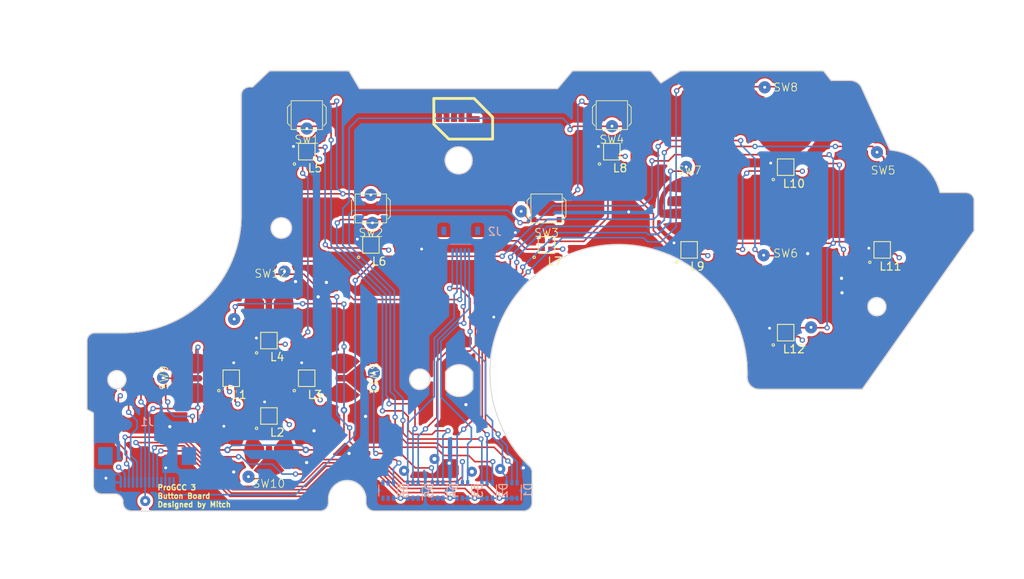
<source format=kicad_pcb>
(kicad_pcb (version 20221018) (generator pcbnew)
  (layers (0 "F.Cu" signal) (1 "In1.Cu" signal) (2 "In2.Cu" signal) (31 "B.Cu" signal) (34 "B.Paste" user) (35 "F.Paste" user) (36 "B.SilkS" user "B.Silkscreen") (37 "F.SilkS" user "F.Silkscreen") (38 "B.Mask" user) (39 "F.Mask" user) (44 "Edge.Cuts" user))
  (net 0 "")
  (net 1 "GND")
  (net 2 "+3V3")
  (net 3 "BUTTON_RGB")
  (net 4 "Push_A")
  (net 5 "Scan_C")
  (net 6 "Push_B")
  (net 7 "Scan_D")
  (net 8 "Scan_B")
  (net 9 "Push_C")
  (net 10 "Push_D")
  (net 11 "Scan_A")
  (net 12 "NFC")
  (net 13 "ZL_Pull")
  (net 14 "L_Pull")
  (net 15 "R_Pull")
  (net 16 "ZR_Pull")
  (net 17 "Plus_Pull")
  (net 18 "X_Pull")
  (net 19 "Home_Pull")
  (net 20 "Y_Pull")
  (net 21 "DU_Pull")
  (net 22 "A_Pull")
  (net 23 "DD_Pull")
  (net 24 "DR_Pull")
  (net 25 "Minus_Pull")
  (net 26 "Capture_Pull")
  (net 27 "B_Pull")
  (net 28 "NC")
  (net 29 "DL_Pull")
  (net 30 "Net-(L1-DOUT)")
  (net 31 "MENU_RGB")
  (net 32 "Net-(L2-DOUT)")
  (net 33 "Net-(L3-DOUT)")
  (net 34 "Net-(L5-DOUT)")
  (net 35 "Net-(L6-DOUT)")
  (net 36 "BPAD_RGB")
  (net 37 "Net-(L10-DIN)")
  (net 38 "Net-(L10-DOUT)")
  (net 39 "Net-(L11-DOUT)")
  (net 40 "Net-(L7-DOUT)")
  (footprint "hhl:PTS540JM035SMTRLFS" (layer "F.Cu") (at 161.748 117.986)
    (fp_text reference "SW4")
    (fp_text value " TL3315NF100Q")
  )
  (footprint "hhl:PTS540JM035SMTRLFS" (layer "F.Cu") (at 132.048 129.486)
    (fp_text reference "SW2")
    (fp_text value " TL3315NF100Q")
  )
  (footprint "hhl:SK6805-EC-15" (layer "F.Cu") (at 132.048 133.986)
    (fp_text reference "L6")
    (fp_text value "SK6805-EC-15" hide)
  )
  (footprint "hhl:PTS540JM035SMTRLFS" (layer "F.Cu") (at 124.148 117.986)
    (fp_text reference "SW1")
    (fp_text value " TL3315NF100Q")
  )
  (footprint "hhl:SK6805-EC-15" (layer "F.Cu") (at 119.478 145.771)
    (fp_text reference "L4")
    (fp_text value "SK6805-EC-15" hide)
  )
  (footprint "hhl:SK6805-EC-15" (layer "F.Cu") (at 119.478 155.071)
    (fp_text reference "L2")
    (fp_text value "SK6805-EC-15" hide)
  )
  (footprint "hhl:SK6805-EC-15" (layer "F.Cu") (at 183.178 144.796)
    (fp_text reference "L12")
    (fp_text value "SK6805-EC-15" hide)
  )
  (footprint "hhl:SK6805-EC-15" (layer "F.Cu") (at 124.148 122.486)
    (fp_text reference "L5")
    (fp_text value "SK6805-EC-15" hide)
  )
  (footprint "progcc_v3:HHL_Logo" (layer "F.Cu") (at 142.748 118.872)
    (fp_text reference "REF**" hide)
    (fp_text value "HHL_Logo")
  )
  (footprint "hhl:SK6805-EC-15" (layer "F.Cu") (at 171.278 134.596)
    (fp_text reference "L9")
    (fp_text value "SK6805-EC-15" hide)
  )
  (footprint "progcc_v3:progcc_dpad" (layer "F.Cu") (at 119.478 159.421 180)
    (fp_text reference "SW10")
    (fp_text value "DPAD")
  )
  (footprint "hhl:SK6805-EC-15" (layer "F.Cu") (at 114.828 150.421)
    (fp_text reference "L1")
    (fp_text value "SK6805-EC-15" hide)
  )
  (footprint "hhl:SK6805-EC-15" (layer "F.Cu") (at 124.128 150.421)
    (fp_text reference "L3")
    (fp_text value "SK6805-EC-15" hide)
  )
  (footprint "hhl:SK6805-EC-15" (layer "F.Cu") (at 195.078 134.596)
    (fp_text reference "L11")
    (fp_text value "SK6805-EC-15" hide)
  )
  (footprint "hhl:SK6805-EC-15" (layer "F.Cu") (at 153.698 133.986)
    (fp_text reference "L7")
    (fp_text value "SK6805-EC-15" hide)
  )
  (footprint "progcc_v3:progcc_bpad" (layer "F.Cu") (at 171.278 129.346)
    (fp_text reference "SW7")
    (fp_text value "BPAD")
  )
  (footprint "hhl:SK6805-EC-15" (layer "F.Cu") (at 183.178 124.396)
    (fp_text reference "L10")
    (fp_text value "SK6805-EC-15" hide)
  )
  (footprint "progcc_v3:progcc_bpad" (layer "F.Cu") (at 195.078 129.346)
    (fp_text reference "SW5")
    (fp_text value "BPAD")
  )
  (footprint "progcc_v3:progcc_bpad" (layer "F.Cu") (at 183.178 139.546)
    (fp_text reference "SW6")
    (fp_text value "BPAD")
  )
  (footprint "hhl:PTS540JM035SMTRLFS" (layer "F.Cu") (at 153.698 129.486)
    (fp_text reference "SW3")
    (fp_text value " TL3315NF100Q")
  )
  (footprint "hhl:SK6805-EC-15" (layer "F.Cu") (at 161.748 122.486)
    (fp_text reference "L8")
    (fp_text value "SK6805-EC-15" hide)
  )
  (footprint "progcc_v3:progcc_dpad" (layer "F.Cu") (at 110.478 150.421 90)
    (fp_text reference "SW9")
    (fp_text value "DPAD")
  )
  (footprint "progcc_v3:progcc_bpad" (layer "F.Cu") (at 183.178 119.146)
    (fp_text reference "SW8")
    (fp_text value "BPAD")
  )
  (footprint "progcc_v3:progcc_dpad" (layer "F.Cu") (at 128.478 150.421 -90)
    (fp_text reference "SW11")
    (fp_text value "DPAD")
  )
  (footprint "progcc_v3:progcc_dpad" (layer "F.Cu") (at 119.478 141.421)
    (fp_text reference "SW12")
    (fp_text value "DPAD")
  )
  (footprint "Package_TO_SOT_SMD:SOT-363_SC-70-6" (layer "B.Cu") (at 146.37472 164.259612 90)
    (fp_text reference "D2")
    (fp_text value "BAS16VY,115")
  )
  (footprint "Package_TO_SOT_SMD:SOT-363_SC-70-6" (layer "B.Cu") (at 137.23072 164.259612 90)
    (fp_text reference "D5")
    (fp_text value "BAS16VY,115")
  )
  (footprint "Package_TO_SOT_SMD:SOT-363_SC-70-6" (layer "B.Cu") (at 140.27872 164.259612 90)
    (fp_text reference "D4")
    (fp_text value "BAS16VY,115")
  )
  (footprint "progcc_v3:molex_5034800540" (layer "B.Cu") (at 143.123 133.296)
    (fp_text reference "J2")
    (fp_text value "bumpers" hide)
  )
  (footprint "Package_TO_SOT_SMD:SOT-363_SC-70-6" (layer "B.Cu") (at 134.18272 164.259612 90)
    (fp_text reference "D6")
    (fp_text value "BAS16VY,115")
  )
  (footprint "Package_TO_SOT_SMD:SOT-363_SC-70-6" (layer "B.Cu") (at 143.32672 164.259612 90)
    (fp_text reference "D3")
    (fp_text value "BAS16VY,115")
  )
  (footprint "Package_TO_SOT_SMD:SOT-363_SC-70-6" (layer "B.Cu") (at 149.42272 164.259612 90)
    (fp_text reference "D1")
    (fp_text value "BAS16VY,115")
  )
  (footprint "progcc_v3:molex_5051101492_14P" (layer "B.Cu") (at 104.46472 160.001644)
    (fp_text reference "J1")
    (fp_text value "To Button Board")
  )
  (gr_circle (center 119.478 150.421) (end 120.748 150.421) (stroke (width 0.2)) (fill solid) (layer "F.Cu"))
  (gr_circle (center 120.998 131.896) (end 122.248 131.896) (stroke (width 0.1)) (fill none) (layer "Edge.Cuts"))
  (gr_circle (center 142.868 123.556) (end 144.518 123.556) (stroke (width 0.1)) (fill none) (layer "Edge.Cuts"))
  (gr_arc (start 151.619219 161.258419) (mid 151.84757 161.588136) (end 151.928 161.981059) (stroke (width 0.1)) (layer "Edge.Cuts"))
  (gr_arc (start 205.428 127.516) (mid 206.135107 127.808893) (end 206.428 128.516) (stroke (width 0.1)) (layer "Edge.Cuts"))
  (gr_line (start 98.828 164.696) (end 100.478 164.696) (stroke (width 0.1)) (layer "Edge.Cuts"))
  (gr_line (start 116.048 115.496) (end 116.048 130.496) (stroke (width 0.1)) (layer "Edge.Cuts"))
  (gr_line (start 97.028 145.796) (end 97.028 154.15385) (stroke (width 0.1)) (layer "Edge.Cuts"))
  (gr_line (start 144.578 151.745231) (end 144.577999 149.666769) (stroke (width 0.1)) (layer "Edge.Cuts"))
  (gr_arc (start 196.048 122.266) (mid 199.986032 123.892745) (end 202.228 127.516) (stroke (width 0.1)) (layer "Edge.Cuts"))
  (gr_line (start 151.928 165.796) (end 151.928 161.981059) (stroke (width 0.1)) (layer "Edge.Cuts"))
  (gr_arc (start 100.478 164.696) (mid 101.185107 164.988893) (end 101.478 165.696) (stroke (width 0.1)) (layer "Edge.Cuts"))
  (gr_circle (center 100.728 150.586) (end 101.828 150.586) (stroke (width 0.1)) (fill none) (layer "Edge.Cuts"))
  (gr_line (start 166.548 112.496) (end 156.898 112.496) (stroke (width 0.1)) (layer "Edge.Cuts"))
  (gr_arc (start 102.478 166.796) (mid 101.770893 166.503107) (end 101.478 165.796) (stroke (width 0.1)) (layer "Edge.Cuts"))
  (gr_arc (start 179.918132 151.795999) (mid 178.857453 151.356672) (end 178.418129 150.296003) (stroke (width 0.1)) (layer "Edge.Cuts"))
  (gr_arc (start 151.928 165.796) (mid 151.635107 166.503107) (end 150.928 166.796) (stroke (width 0.1)) (layer "Edge.Cuts"))
  (gr_arc (start 97.155141 154.359568) (mid 97.06235 154.274768) (end 97.028 154.15385) (stroke (width 0.1)) (layer "Edge.Cuts"))
  (gr_line (start 156.898 112.496) (end 155.048 114.696) (stroke (width 0.1)) (layer "Edge.Cuts"))
  (gr_line (start 97.155141 154.359568) (end 97.700859 154.632432) (stroke (width 0.1)) (layer "Edge.Cuts"))
  (gr_line (start 129.348 112.496) (end 119.548 112.496) (stroke (width 0.1)) (layer "Edge.Cuts"))
  (gr_line (start 117.448 114.496) (end 117.048 114.496) (stroke (width 0.1)) (layer "Edge.Cuts"))
  (gr_line (start 101.528 144.796) (end 98.028 144.796) (stroke (width 0.1)) (layer "Edge.Cuts"))
  (gr_line (start 132.428 166.796) (end 150.928 166.796) (stroke (width 0.1)) (layer "Edge.Cuts"))
  (gr_arc (start 144.577999 151.745231) (mid 142.928 152.655999) (end 141.278001 151.745231) (stroke (width 0.1)) (layer "Edge.Cuts"))
  (gr_arc (start 126.828 165.796) (mid 126.535107 166.503107) (end 125.828 166.796) (stroke (width 0.1)) (layer "Edge.Cuts"))
  (gr_line (start 141.278 149.66677) (end 141.278 151.745231) (stroke (width 0.1)) (layer "Edge.Cuts"))
  (gr_line (start 102.478 166.796) (end 125.828 166.796) (stroke (width 0.1)) (layer "Edge.Cuts"))
  (gr_line (start 126.828 165.796) (end 126.828 165.346) (stroke (width 0.1)) (layer "Edge.Cuts"))
  (gr_arc (start 173.103119 137.956193) (mid 177.132798 143.535074) (end 178.418129 150.296003) (stroke (width 0.1)) (layer "Edge.Cuts"))
  (gr_line (start 205.428 127.516) (end 202.228 127.516) (stroke (width 0.1)) (layer "Edge.Cuts"))
  (gr_circle (center 194.428 141.596) (end 195.528 141.596) (stroke (width 0.1)) (fill none) (layer "Edge.Cuts"))
  (gr_arc (start 97.028 145.796) (mid 97.320893 145.088893) (end 98.028 144.796) (stroke (width 0.1)) (layer "Edge.Cuts"))
  (gr_line (start 97.828 154.83815) (end 97.828 163.696) (stroke (width 0.1)) (layer "Edge.Cuts"))
  (gr_arc (start 141.278 149.66677) (mid 142.927999 148.756) (end 144.577999 149.666768) (stroke (width 0.1)) (layer "Edge.Cuts"))
  (gr_line (start 119.548 112.496) (end 117.448 114.496) (stroke (width 0.1)) (layer "Edge.Cuts"))
  (gr_arc (start 151.619219 161.258419) (mid 150.922 139.060718) (end 173.103119 137.956194) (stroke (width 0.1)) (layer "Edge.Cuts"))
  (gr_arc (start 126.828 165.346) (mid 129.128 163.046) (end 131.428 165.346) (stroke (width 0.1)) (layer "Edge.Cuts"))
  (gr_arc (start 98.828 164.696) (mid 98.120893 164.403107) (end 97.828 163.696) (stroke (width 0.1)) (layer "Edge.Cuts"))
  (gr_arc (start 97.700859 154.632432) (mid 97.79365 154.717232) (end 97.828 154.83815) (stroke (width 0.1)) (layer "Edge.Cuts"))
  (gr_line (start 179.918132 151.796) (end 192.628 151.796) (stroke (width 0.1)) (layer "Edge.Cuts"))
  (gr_line (start 196.048 122.266) (end 192.547868 114.5747) (stroke (width 0.1)) (layer "Edge.Cuts"))
  (gr_line (start 192.628 151.796) (end 206.428 132.246) (stroke (width 0.1)) (layer "Edge.Cuts"))
  (gr_line (start 155.048 114.696) (end 130.648 114.696) (stroke (width 0.1)) (layer "Edge.Cuts"))
  (gr_line (start 206.428 132.246) (end 206.428 128.516) (stroke (width 0.1)) (layer "Edge.Cuts"))
  (gr_arc (start 191.1826 113.696) (mid 191.994402 113.93466) (end 192.547868 114.5747) (stroke (width 0.1)) (layer "Edge.Cuts"))
  (gr_line (start 101.478 165.696) (end 101.478 165.796) (stroke (width 0.1)) (layer "Edge.Cuts"))
  (gr_line (start 131.428 165.346) (end 131.428 165.796) (stroke (width 0.1)) (layer "Edge.Cuts"))
  (gr_line (start 191.1826 113.696) (end 188.798 113.696) (stroke (width 0.1)) (layer "Edge.Cuts"))
  (gr_line (start 188.798 113.696) (end 187.848 112.496) (stroke (width 0.1)) (layer "Edge.Cuts"))
  (gr_arc (start 132.428 166.796) (mid 131.720893 166.503107) (end 131.428 165.796) (stroke (width 0.1)) (layer "Edge.Cuts"))
  (gr_line (start 170.198 112.496) (end 167.798 113.996) (stroke (width 0.1)) (layer "Edge.Cuts"))
  (gr_arc (start 116.048 115.496) (mid 116.340893 114.788893) (end 117.048 114.496) (stroke (width 0.1)) (layer "Edge.Cuts"))
  (gr_circle (center 138.078 150.546) (end 139.328 150.546) (stroke (width 0.1)) (fill none) (layer "Edge.Cuts"))
  (gr_line (start 130.648 114.696) (end 129.348 112.496) (stroke (width 0.1)) (layer "Edge.Cuts"))
  (gr_arc (start 116.048 130.496) (mid 111.717705 140.620778) (end 101.528 144.796) (stroke (width 0.1)) (layer "Edge.Cuts"))
  (gr_line (start 167.798 113.996) (end 166.548 112.496) (stroke (width 0.1)) (layer "Edge.Cuts"))
  (gr_line (start 187.848 112.496) (end 170.198 112.496) (stroke (width 0.1)) (layer "Edge.Cuts"))
  (gr_text "ProGCC 3\nButton Board\nDesigned by Mitch" (at 105.664 166.37) (layer "F.SilkS") (effects (font (size 0.65 0.65)) (justify left bottom)))
  (segment (start 181.229174 144.250066) (end 181.198902 144.250066) (width 0.2) (layer "F.Cu") (net 1))
  (segment (start 193.705518 134.121) (end 194.603 134.121) (width 0.2) (layer "F.Cu") (net 1))
  (segment (start 153.223 133.511) (end 150.91 133.511) (width 0.2) (layer "F.Cu") (net 1))
  (segment (start 193.432979 134.393539) (end 193.705518 134.121) (width 0.2) (layer "F.Cu") (net 1))
  (segment (start 114.353 149.946) (end 114.353 149.291332) (width 0.2) (layer "F.Cu") (net 1))
  (segment (start 122.56772 121.910612) (end 122.49872 121.841612) (width 0.2) (layer "F.Cu") (net 1))
  (segment (start 160.15972 121.910612) (end 160.09072 121.841612) (width 0.2) (layer "F.Cu") (net 1))
  (segment (start 114.353 149.291332) (end 115.13272 148.511612) (width 0.2) (layer "F.Cu") (net 1))
  (segment (start 150.91 133.511) (end 149.86 132.461) (width 0.2) (layer "F.Cu") (net 1))
  (via (at 126.56272 138.605612) (size 0.8) (drill 0.4) (layers "F.Cu" "B.Cu") (net 1))
  (via (at 99.38472 162.735612) (size 0.65) (drill 0.35) (layers "F.Cu" "B.Cu") (net 1))
  (via (at 181.334234 123.893767) (size 0.65) (drill 0.35) (layers "F.Cu" "B.Cu") (net 1))
  (via (at 122.49872 121.841612) (size 0.65) (drill 0.35) (layers "F.Cu" "B.Cu") (net 1))
  (via (at 141.710917 160.887606) (size 0.8) (drill 0.4) (layers "F.Cu" "B.Cu") (net 1))
  (via (at 106.75072 161.465612) (size 0.65) (drill 0.35) (layers "F.Cu" "B.Cu") (net 1))
  (via (at 118.94272 153.337612) (size 0.65) (drill 0.35) (layers "F.Cu" "B.Cu") (net 1))
  (via (at 169.418 133.731) (size 0.65) (drill 0.35) (layers "F.Cu" "B.Cu") (net 1))
  (via (at 107.25872 156.385612) (size 0.8) (drill 0.4) (layers "F.Cu" "B.Cu") (net 1))
  (via (at 124.125528 160.812249) (size 0.8) (drill 0.4) (layers "F.Cu" "B.Cu") (net 1))
  (via (at 115.13272 148.511612) (size 0.65) (drill 0.35) (layers "F.Cu" "B.Cu") (net 1))
  (via (at 125.03872 156.893612) (size 0.8) (drill 0.4) (layers "F.Cu" "B.Cu") (net 1))
  (via (at 185.894937 135.051757) (size 0.8) (drill 0.4) (layers "F.Cu" "B.Cu") (net 1))
  (via (at 190.125683 139.881547) (size 0.8) (drill 0.4) (layers "F.Cu" "B.Cu") (net 1))
  (via (at 190.06272 138.097612) (size 0.8) (drill 0.4) (layers "F.Cu" "B.Cu") (net 1))
  (via (at 113.919 156.337) (size 0.65) (drill 0.35) (layers "F.Cu" "B.Cu") (net 1))
  (via (at 131.38872 155.115612) (size 0.8) (drill 0.4) (layers "F.Cu" "B.Cu") (net 1))
  (via (at 117.92672 145.463612) (size 0.65) (drill 0.35) (layers "F.Cu" "B.Cu") (net 1))
  (via (at 130.37272 133.271612) (size 0.65) (drill 0.35) (layers "F.Cu" "B.Cu") (net 1))
  (via (at 160.09072 121.841612) (size 0.65) (drill 0.35) (layers "F.Cu" "B.Cu") (net 1))
  (via (at 129.35672 159.687612) (size 0.8) (drill 0.4) (layers "F.Cu" "B.Cu") (net 1))
  (via (at 115.13272 161.973612) (size 0.8) (drill 0.4) (layers "F.Cu" "B.Cu") (net 1))
  (via (at 149.86 132.461) (size 0.65) (drill 0.35) (layers "F.Cu" "B.Cu") (net 1))
  (via (at 150.842087 161.464691) (size 0.8) (drill 0.4) (layers "F.Cu" "B.Cu") (net 1))
  (via (at 181.198902 144.250066) (size 0.65) (drill 0.35) (layers "F.Cu" "B.Cu") (net 1))
  (via (at 147.193 142.875) (size 0.65) (drill 0.35) (layers "F.Cu" "B.Cu") (net 1))
  (via (at 123.51472 148.511612) (size 0.65) (drill 0.35) (layers "F.Cu" "B.Cu") (net 1))
  (via (at 163.83 129.921) (size 0.65) (drill 0.35) (layers "F.Cu" "B.Cu") (net 1))
  (via (at 125.54672 140.383612) (size 0.8) (drill 0.4) (layers "F.Cu" "B.Cu") (net 1))
  (via (at 143.764 153.67) (size 0.8) (drill 0.4) (layers "F.Cu" "B.Cu") (net 1))
  (via (at 193.432979 134.393539) (size 0.65) (drill 0.35) (layers "F.Cu" "B.Cu") (net 1))
  (via (at 122.755581 138.50328) (size 0.8) (drill 0.4) (layers "F.Cu" "B.Cu") (net 1))
  (via (at 138.303 134.493) (size 0.65) (drill 0.35) (layers "F.Cu" "B.Cu") (net 1))
  (segment (start 106.71472 161.501612) (end 106.75072 161.465612) (width 0.2) (layer "B.Cu") (net 1))
  (segment (start 100.90872 162.227612) (end 99.89272 162.227612) (width 0.2) (layer "B.Cu") (net 1))
  (segment (start 101.21472 163.251644) (end 101.21472 162.533612) (width 0.2) (layer "B.Cu") (net 1))
  (segment (start 106.71472 163.251644) (end 106.71472 161.501612) (width 0.2) (layer "B.Cu") (net 1))
  (segment (start 99.89272 162.227612) (end 99.38472 162.735612) (width 0.2) (layer "B.Cu") (net 1))
  (segment (start 101.21472 162.533612) (end 100.90872 162.227612) (width 0.2) (layer "B.Cu") (net 1))
  (segment (start 124.603 151.885892) (end 125.80072 153.083612) (width 0.2) (layer "F.Cu") (net 2))
  (segment (start 155.693975 134.493) (end 154.379108 134.493) (width 0.2) (layer "F.Cu") (net 2))
  (segment (start 134.08 134.461) (end 132.547108 134.461) (width 0.2) (layer "F.Cu") (net 2))
  (segment (start 183.67 145.288) (end 184.807108 145.288) (width 0.2) (layer "F.Cu") (net 2))
  (segment (start 125.267175 122.936) (end 125.726872 123.395697) (width 0.2) (layer "F.Cu") (net 2))
  (segment (start 124.623 122.961) (end 124.648 122.936) (width 0.2) (layer "F.Cu") (net 2))
  (segment (start 183.671612 124.889612) (end 185.23672 124.889612) (width 0.2) (layer "F.Cu") (net 2))
  (segment (start 115.303 153.253892) (end 115.64072 153.591612) (width 0.2) (layer "F.Cu") (net 2))
  (segment (start 173.579679 135.300648) (end 173.407031 135.128) (width 0.2) (layer "F.Cu") (net 2))
  (segment (start 119.953 146.246) (end 121.462332 146.246) (width 0.2) (layer "F.Cu") (net 2))
  (segment (start 154.379108 134.493) (end 154.24672 134.360612) (width 0.2) (layer "F.Cu") (net 2))
  (segment (start 124.648 122.936) (end 125.267175 122.936) (width 0.2) (layer "F.Cu") (net 2))
  (segment (start 115.303 150.896) (end 115.303 153.253892) (width 0.2) (layer "F.Cu") (net 2))
  (segment (start 195.553 135.071) (end 196.688108 135.071) (width 0.2) (layer "F.Cu") (net 2))
  (segment (start 119.953 155.546) (end 121.405108 155.546) (width 0.2) (layer "F.Cu") (net 2))
  (segment (start 184.807108 145.288) (end 185.23672 145.717612) (width 0.2) (layer "F.Cu") (net 2))
  (segment (start 171.81 135.128) (end 171.753 135.071) (width 0.2) (layer "F.Cu") (net 2))
  (segment (start 134.239 134.62) (end 134.08 134.461) (width 0.2) (layer "F.Cu") (net 2))
  (segment (start 121.462332 146.246) (end 121.48272 146.225612) (width 0.2) (layer "F.Cu") (net 2))
  (segment (start 163.39272 123.063) (end 163.29072 122.961) (width 0.2) (layer "F.Cu") (net 2))
  (segment (start 183.653 145.271) (end 183.67 145.288) (width 0.2) (layer "F.Cu") (net 2))
  (segment (start 183.653 124.871) (end 183.671612 124.889612) (width 0.2) (layer "F.Cu") (net 2))
  (segment (start 124.603 150.978472) (end 124.603 151.885892) (width 0.2) (layer "F.Cu") (net 2))
  (segment (start 196.688108 135.071) (end 197.17472 135.557612) (width 0.2) (layer "F.Cu") (net 2))
  (segment (start 163.29072 122.961) (end 162.223 122.961) (width 0.2) (layer "F.Cu") (net 2))
  (segment (start 121.405108 155.546) (end 121.99072 156.131612) (width 0.2) (layer "F.Cu") (net 2))
  (segment (start 173.407031 135.128) (end 171.81 135.128) (width 0.2) (layer "F.Cu") (net 2))
  (via (at 100.946952 161.373173) (size 0.65) (drill 0.35) (layers "F.Cu" "B.Cu") (net 2))
  (via (at 115.64072 153.591612) (size 0.65) (drill 0.35) (layers "F.Cu" "B.Cu") (net 2))
  (via (at 121.99072 156.131612) (size 0.65) (drill 0.35) (layers "F.Cu" "B.Cu") (net 2))
  (via (at 185.23672 145.717612) (size 0.65) (drill 0.35) (layers "F.Cu" "B.Cu") (net 2))
  (via (at 125.80072 153.083612) (size 0.65) (drill 0.35) (layers "F.Cu" "B.Cu") (net 2))
  (via (at 125.726872 123.395697) (size 0.65) (drill 0.35) (layers "F.Cu" "B.Cu") (net 2))
  (via (at 155.693975 134.493) (size 0.65) (drill 0.35) (layers "F.Cu" "B.Cu") (net 2))
  (via (at 173.579679 135.300648) (size 0.65) (drill 0.35) (layers "F.Cu" "B.Cu") (net 2))
  (via (at 163.39272 123.063) (size 0.65) (drill 0.35) (layers "F.Cu" "B.Cu") (net 2))
  (via (at 197.17472 135.557612) (size 0.65) (drill 0.35) (layers "F.Cu" "B.Cu") (net 2))
  (via (at 121.48272 146.225612) (size 0.65) (drill 0.35) (layers "F.Cu" "B.Cu") (net 2))
  (via (at 185.23672 124.889612) (size 0.65) (drill 0.35) (layers "F.Cu" "B.Cu") (net 2))
  (via (at 134.239 134.62) (size 0.65) (drill 0.35) (layers "F.Cu" "B.Cu") (net 2))
  (segment (start 101.71472 162.140941) (end 100.946952 161.373173) (width 0.2) (layer "B.Cu") (net 2))
  (segment (start 101.71472 163.251644) (end 101.71472 162.140941) (width 0.2) (layer "B.Cu") (net 2))
  (segment (start 100.90872 152.829612) (end 101.16272 152.575612) (width 0.2) (layer "F.Cu") (net 3))
  (segment (start 100.90872 158.417612) (end 100.90872 152.829612) (width 0.2) (layer "F.Cu") (net 3))
  (segment (start 114.62472 152.067612) (end 114.353 151.795892) (width 0.2) (layer "F.Cu") (net 3))
  (segment (start 101.92472 160.957612) (end 101.92472 159.433612) (width 0.2) (layer "F.Cu") (net 3))
  (segment (start 101.92472 159.433612) (end 100.90872 158.417612) (width 0.2) (layer "F.Cu") (net 3))
  (segment (start 114.353 151.795892) (end 114.353 150.896) (width 0.2) (layer "F.Cu") (net 3))
  (via (at 101.92472 160.957612) (size 0.65) (drill 0.35) (layers "F.Cu" "B.Cu") (net 3))
  (via (at 114.62472 152.067612) (size 0.65) (drill 0.35) (layers "F.Cu" "B.Cu") (net 3))
  (via (at 101.16272 152.575612) (size 0.65) (drill 0.35) (layers "F.Cu" "B.Cu") (net 3))
  (segment (start 102.21472 163.251644) (end 102.21472 161.247612) (width 0.2) (layer "B.Cu") (net 3))
  (segment (start 102.21472 161.247612) (end 101.92472 160.957612) (width 0.2) (layer "B.Cu") (net 3))
  (segment (start 146.269509 163.580401) (end 147.89872 165.209612) (width 0.2) (layer "F.Cu") (net 4))
  (segment (start 115.13272 163.751612) (end 124.02272 163.751612) (width 0.2) (layer "F.Cu") (net 4))
  (segment (start 109.067357 157.686249) (end 115.13272 163.751612) (width 0.2) (layer "F.Cu") (net 4))
  (segment (start 124.02272 163.751612) (end 126.519259 161.255073) (width 0.2) (layer "F.Cu") (net 4))
  (segment (start 126.519259 161.255073) (end 133.646082 161.255073) (width 0.2) (layer "F.Cu") (net 4))
  (segment (start 101.747324 157.686249) (end 109.067357 157.686249) (width 0.2) (layer "F.Cu") (net 4))
  (segment (start 135.97141 163.580401) (end 146.269509 163.580401) (width 0.2) (layer "F.Cu") (net 4))
  (segment (start 133.646082 161.255073) (end 135.97141 163.580401) (width 0.2) (layer "F.Cu") (net 4))
  (via (at 147.89872 165.209612) (size 0.65) (drill 0.35) (layers "F.Cu" "B.Cu") (net 4))
  (via (at 101.747324 157.686249) (size 0.65) (drill 0.35) (layers "F.Cu" "B.Cu") (net 4))
  (segment (start 147.02472 165.209612) (end 148.77272 165.209612) (width 0.2) (layer "B.Cu") (net 4))
  (segment (start 150.07272 165.209612) (end 149.42272 165.209612) (width 0.2) (layer "B.Cu") (net 4))
  (segment (start 102.149877 160.224455) (end 101.747324 159.821902) (width 0.2) (layer "B.Cu") (net 4))
  (segment (start 102.71472 160.789298) (end 102.149877 160.224455) (width 0.2) (layer "B.Cu") (net 4))
  (segment (start 149.42272 165.209612) (end 148.77272 165.209612) (width 0.2) (layer "B.Cu") (net 4))
  (segment (start 101.747324 159.821902) (end 101.747324 157.686249) (width 0.2) (layer "B.Cu") (net 4))
  (segment (start 102.71472 163.251644) (end 102.71472 160.789298) (width 0.2) (layer "B.Cu") (net 4))
  (segment (start 120.97472 127.683612) (end 118.68872 129.969612) (width 0.2) (layer "F.Cu") (net 5))
  (segment (start 116.345034 137.781966) (end 102.17872 151.94828) (width 0.2) (layer "F.Cu") (net 5))
  (segment (start 116.345034 136.266456) (end 116.345034 137.781966) (width 0.2) (layer "F.Cu") (net 5))
  (segment (start 158.416108 116.611) (end 163.298 116.611) (width 0.2) (layer "F.Cu") (net 5))
  (segment (start 122.598 116.611) (end 127.475332 116.611) (width 0.2) (layer "F.Cu") (net 5))
  (segment (start 118.68872 133.92277) (end 116.345034 136.266456) (width 0.2) (layer "F.Cu") (net 5))
  (segment (start 129.770612 127.683612) (end 130.2046 128.1176) (width 0.2) (layer "F.Cu") (net 5))
  (segment (start 158.05872 116.253612) (end 158.416108 116.611) (width 0.2) (layer "F.Cu") (net 5))
  (segment (start 102.17872 151.94828) (end 102.17872 154.607612) (width 0.2) (layer "F.Cu") (net 5))
  (segment (start 128.59472 127.683612) (end 120.97472 127.683612) (width 0.2) (layer "F.Cu") (net 5))
  (segment (start 128.59472 127.683612) (end 129.770612 127.683612) (width 0.2) (layer "F.Cu") (net 5))
  (segment (start 130.2046 128.1176) (end 156.608732 128.1176) (width 0.2) (layer "F.Cu") (net 5))
  (segment (start 156.608732 128.1176) (end 157.55072 127.175612) (width 0.2) (layer "F.Cu") (net 5))
  (segment (start 127.475332 116.611) (end 127.83272 116.253612) (width 0.2) (layer "F.Cu") (net 5))
  (segment (start 118.68872 129.969612) (end 118.68872 133.92277) (width 0.2) (layer "F.Cu") (net 5))
  (via (at 102.17872 154.607612) (size 0.65) (drill 0.35) (layers "F.Cu" "B.Cu") (net 5))
  (via (at 158.05872 116.253612) (size 0.65) (drill 0.35) (layers "F.Cu" "B.Cu") (net 5))
  (via (at 157.55072 127.175612) (size 0.65) (drill 0.35) (layers "F.Cu" "B.Cu") (net 5))
  (via (at 127.83272 116.253612) (size 0.65) (drill 0.35) (layers "F.Cu" "B.Cu") (net 5))
  (via (at 132.0292 127.8128) (size 1.5) (drill 0.35) (layers "F.Cu" "B.Cu") (net 5))
  (via (at 128.59472 127.683612) (size 0.65) (drill 0.35) (layers "F.Cu" "B.Cu") (net 5))
  (segment (start 157.55072 127.175612) (end 157.55072 116.761612) (width 0.2) (layer "B.Cu") (net 5))
  (segment (start 102.43272 157.401612) (end 102.43272 159.941612) (width 0.2) (layer "B.Cu") (net 5))
  (segment (start 127.83272 116.253612) (end 127.83272 126.921612) (width 0.2) (layer "B.Cu") (net 5))
  (segment (start 102.17872 154.607612) (end 103.21472 155.643612) (width 0.2) (layer "B.Cu") (net 5))
  (segment (start 127.83272 126.921612) (end 128.59472 127.683612) (width 0.2) (layer "B.Cu") (net 5))
  (segment (start 102.43272 159.941612) (end 103.21472 160.723612) (width 0.2) (layer "B.Cu") (net 5))
  (segment (start 103.21472 155.643612) (end 103.21472 156.619612) (width 0.2) (layer "B.Cu") (net 5))
  (segment (start 103.21472 156.619612) (end 102.43272 157.401612) (width 0.2) (layer "B.Cu") (net 5))
  (segment (start 157.55072 116.761612) (end 158.05872 116.253612) (width 0.2) (layer "B.Cu") (net 5))
  (segment (start 103.21472 160.723612) (end 103.21472 163.251644) (width 0.2) (layer "B.Cu") (net 5))
  (segment (start 103.080657 158.34883) (end 109.164252 158.34883) (width 0.2) (layer "F.Cu") (net 6))
  (segment (start 109.164252 158.34883) (end 114.970166 164.154744) (width 0.2) (layer "F.Cu") (net 6))
  (segment (start 135.830935 164.005612) (end 143.64672 164.005612) (width 0.2) (layer "F.Cu") (net 6))
  (segment (start 126.670237 161.669781) (end 133.495104 161.669781) (width 0.2) (layer "F.Cu") (net 6))
  (segment (start 133.495104 161.669781) (end 135.830935 164.005612) (width 0.2) (layer "F.Cu") (net 6))
  (segment (start 114.970166 164.154744) (end 124.185274 164.154744) (width 0.2) (layer "F.Cu") (net 6))
  (segment (start 143.64672 164.005612) (end 144.85072 165.209612) (width 0.2) (layer "F.Cu") (net 6))
  (segment (start 124.185274 164.154744) (end 126.670237 161.669781) (width 0.2) (layer "F.Cu") (net 6))
  (via (at 103.080657 158.34883) (size 0.65) (drill 0.35) (layers "F.Cu" "B.Cu") (net 6))
  (via (at 144.85072 165.209612) (size 0.65) (drill 0.35) (layers "F.Cu" "B.Cu") (net 6))
  (segment (start 146.37472 165.209612) (end 145.72472 165.209612) (width 0.2) (layer "B.Cu") (net 6))
  (segment (start 143.97672 165.209612) (end 143.32672 165.209612) (width 0.2) (layer "B.Cu") (net 6))
  (segment (start 103.71472 158.982893) (end 103.080657 158.34883) (width 0.2) (layer "B.Cu") (net 6))
  (segment (start 103.71472 163.251644) (end 103.71472 158.982893) (width 0.2) (layer "B.Cu") (net 6))
  (segment (start 145.72472 165.209612) (end 143.97672 165.209612) (width 0.2) (layer "B.Cu") (net 6))
  (segment (start 125.207975 135.980867) (end 118.781133 135.980867) (width 0.2) (layer "F.Cu") (net 7))
  (segment (start 143.00905 140.716947) (end 129.944055 140.716947) (width 0.2) (layer "F.Cu") (net 7))
  (segment (start 129.944055 140.716947) (end 125.207975 135.980867) (width 0.2) (layer "F.Cu") (net 7))
  (segment (start 118.781133 135.980867) (end 103.70272 151.05928) (width 0.2) (layer "F.Cu") (net 7))
  (segment (start 103.70272 151.05928) (end 103.70272 153.337612) (width 0.2) (layer "F.Cu") (net 7))
  (via (at 103.70272 153.337612) (size 0.65) (drill 0.35) (layers "F.Cu" "B.Cu") (net 7))
  (via (at 104.227219 165.552532) (size 1.25) (drill 0.5) (layers "F.Cu" "B.Cu") (net 7))
  (via (at 143.00905 140.716947) (size 0.65) (drill 0.35) (layers "F.Cu" "B.Cu") (net 7))
  (segment (start 143.16162 134.93462) (end 143.16162 140.564377) (width 0.2) (layer "B.Cu") (net 7))
  (segment (start 103.70272 153.337612) (end 104.21472 153.849612) (width 0.2) (layer "B.Cu") (net 7))
  (segment (start 104.21472 165.42872) (end 104.267 165.481) (width 0.2) (layer "B.Cu") (net 7))
  (segment (start 143.16162 140.564377) (end 143.00905 140.716947) (width 0.2) (layer "B.Cu") (net 7))
  (segment (start 143.123 134.896) (end 143.16162 134.93462) (width 0.2) (layer "B.Cu") (net 7))
  (segment (start 104.21472 163.251644) (end 104.21472 165.42872) (width 0.2) (layer "B.Cu") (net 7))
  (segment (start 104.21472 153.849612) (end 104.21472 163.251644) (width 0.2) (layer "B.Cu") (net 7))
  (segment (start 110.706298 152.782898) (end 110.478 152.5546) (width 0.2) (layer "F.Cu") (net 8))
  (segment (start 113.050002 159.253572) (end 110.706298 156.909868) (width 0.2) (layer "F.Cu") (net 8))
  (segment (start 110.49 146.834824) (end 110.49 148.2754) (width 0.2) (layer "F.Cu") (net 8))
  (segment (start 110.706298 154.06564) (end 110.706298 152.782898) (width 0.2) (layer "F.Cu") (net 8))
  (segment (start 128.7279 157.806787) (end 127.281115 159.253572) (width 0.2) (layer "F.Cu") (net 8))
  (segment (start 115.316 141.605) (end 115.316 143.002) (width 0.2) (layer "F.Cu") (net 8))
  (segment (start 115.316 143.002) (end 115.189 143.129) (width 0.2) (layer "F.Cu") (net 8))
  (segment (start 128.736649 148.111223) (end 128.7279 148.119972) (width 0.2) (layer "F.Cu") (net 8))
  (segment (start 128.7279 154.353612) (end 128.7279 152.387172) (width 0.2) (layer "F.Cu") (net 8))
  (segment (start 123.638935 141.228354) (end 121.804246 141.228354) (width 0.2) (layer "F.Cu") (net 8))
  (segment (start 121.804246 141.228354) (end 121.6116 141.421) (width 0.2) (layer "F.Cu") (net 8))
  (segment (start 114.37072 159.253572) (end 113.050002 159.253572) (width 0.2) (layer "F.Cu") (net 8))
  (segment (start 128.7279 154.353612) (end 128.7279 157.806787) (width 0.2) (layer "F.Cu") (net 8))
  (segment (start 127.281115 159.253572) (end 124.02272 159.253572) (width 0.2) (layer "F.Cu") (net 8))
  (segment (start 117.5843 159.253572) (end 114.37072 159.253572) (width 0.2) (layer "F.Cu") (net 8))
  (segment (start 110.706298 154.06564) (end 110.618275 154.153663) (width 0.2) (layer "F.Cu") (net 8))
  (segment (start 121.8515 159.253572) (end 124.02272 159.253572) (width 0.2) (layer "F.Cu") (net 8))
  (segment (start 110.618275 154.153663) (end 105.199223 154.153663) (width 0.2) (layer "F.Cu") (net 8))
  (segment (start 115.316 141.605) (end 115.5 141.421) (width 0.2) (layer "F.Cu") (net 8))
  (segment (start 110.706298 156.909868) (end 110.706298 154.06564) (width 0.2) (layer "F.Cu") (net 8))
  (segment (start 115.5 141.421) (end 117.3444 141.421) (width 0.2) (layer "F.Cu") (net 8))
  (segment (start 123.638935 141.228354) (end 128.675372 141.228354) (width 0.2) (layer "F.Cu") (net 8))
  (segment (start 128.736649 146.5247) (end 128.736649 148.111223) (width 0.2) (layer "F.Cu") (net 8))
  (segment (start 110.49 148.2754) (end 110.478 148.2874) (width 0.2) (layer "F.Cu") (net 8))
  (segment (start 128.675372 141.228354) (end 128.714653 141.267635) (width 0.2) (layer "F.Cu") (net 8))
  (segment (start 110.7279 146.596924) (end 110.49 146.834824) (width 0.2) (layer "F.Cu") (net 8))
  (via (at 128.7279 154.353612) (size 0.8) (drill 0.4) (layers "F.Cu" "B.Cu") (net 8))
  (via (at 105.199223 154.153663) (size 0.65) (drill 0.35) (layers "F.Cu" "B.Cu") (net 8))
  (via (at 110.7279 146.596924) (size 0.65) (drill 0.35) (layers "F.Cu" "B.Cu") (net 8))
  (via (at 115.316 141.605) (size 0.65) (drill 0.35) (layers "F.Cu" "B.Cu") (net 8))
  (via (at 128.736649 146.5247) (size 0.65) (drill 0.35) (layers "F.Cu" "B.Cu") (net 8))
  (via (at 115.189 143.129) (size 1.5) (drill 0.35) (layers "F.Cu" "B.Cu") (net 8))
  (via (at 124.02272 159.253572) (size 0.8) (drill 0.4) (layers "F.Cu" "B.Cu") (net 8))
  (via (at 123.638935 141.228354) (size 0.65) (drill 0.35) (layers "F.Cu" "B.Cu") (net 8))
  (via (at 128.714653 141.267635) (size 0.65) (drill 0.35) (layers "F.Cu" "B.Cu") (net 8))
  (via (at 114.37072 159.253572) (size 0.8) (drill 0.4) (layers "F.Cu" "B.Cu") (net 8))
  (via (at 110.706298 154.06564) (size 0.65) (drill 0.35) (layers "F.Cu" "B.Cu") (net 8))
  (segment (start 115.692646 141.228354) (end 123.638935 141.228354) (width 0.2) (layer "B.Cu") (net 8))
  (segment (start 128.714653 141.267635) (end 128.714653 146.502704) (width 0.2) (layer "B.Cu") (net 8))
  (segment (start 104.71472 154.638166) (end 104.71472 163.251644) (width 0.2) (layer "B.Cu") (net 8))
  (segment (start 110.7279 154.044038) (end 110.706298 154.06564) (width 0.2) (layer "B.Cu") (net 8))
  (segment (start 128.714653 146.502704) (end 128.736649 146.5247) (width 0.2) (layer "B.Cu") (net 8))
  (segment (start 123.44076 158.671612) (end 114.95268 158.671612) (width 0.2) (layer "B.Cu") (net 8))
  (segment (start 110.7279 146.596924) (end 110.7279 154.044038) (width 0.2) (layer "B.Cu") (net 8))
  (segment (start 114.95268 158.671612) (end 114.37072 159.253572) (width 0.2) (layer "B.Cu") (net 8))
  (segment (start 105.199223 154.153663) (end 104.71472 154.638166) (width 0.2) (layer "B.Cu") (net 8))
  (segment (start 124.02272 159.253572) (end 123.44076 158.671612) (width 0.2) (layer "B.Cu") (net 8))
  (segment (start 128.736649 154.344863) (end 128.7279 154.353612) (width 0.2) (layer "B.Cu") (net 8))
  (segment (start 128.736649 146.5247) (end 128.736649 154.344863) (width 0.2) (layer "B.Cu") (net 8))
  (segment (start 115.316 141.605) (end 115.692646 141.228354) (width 0.2) (layer "B.Cu") (net 8))
  (segment (start 114.819188 164.569452) (end 114.313034 164.063298) (width 0.2) (layer "F.Cu") (net 9))
  (segment (start 135.764406 164.513612) (end 134.973563 163.722769) (width 0.2) (layer "F.Cu") (net 9))
  (segment (start 126.824092 162.081612) (end 126.184259 162.721445) (width 0.2) (layer "F.Cu") (net 9))
  (segment (start 141.10672 164.513612) (end 136.72272 164.513612) (width 0.2) (layer "F.Cu") (net 9))
  (segment (start 124.336252 164.569452) (end 123.411232 164.569452) (width 0.2) (layer "F.Cu") (net 9))
  (segment (start 136.72272 164.513612) (end 135.764406 164.513612) (width 0.2) (layer "F.Cu") (net 9))
  (segment (start 126.184259 162.721445) (end 124.336252 164.569452) (width 0.2) (layer "F.Cu") (net 9))
  (segment (start 106.24272 158.74883) (end 105.584616 158.74883) (width 0.2) (layer "F.Cu") (net 9))
  (segment (start 108.998566 158.74883) (end 106.24272 158.74883) (width 0.2) (layer "F.Cu") (net 9))
  (segment (start 105.584616 158.74883) (end 105.357449 158.975997) (width 0.2) (layer "F.Cu") (net 9))
  (segment (start 123.411232 164.569452) (end 114.819188 164.569452) (width 0.2) (layer "F.Cu") (net 9))
  (segment (start 141.80272 165.209612) (end 141.10672 164.513612) (width 0.2) (layer "F.Cu") (net 9))
  (segment (start 131.732594 162.081612) (end 128.041776 162.081612) (width 0.2) (layer "F.Cu") (net 9))
  (segment (start 134.973563 163.722769) (end 133.332406 162.081612) (width 0.2) (layer "F.Cu") (net 9))
  (segment (start 133.332406 162.081612) (end 131.732594 162.081612) (width 0.2) (layer "F.Cu") (net 9))
  (segment (start 128.041776 162.081612) (end 126.824092 162.081612) (width 0.2) (layer "F.Cu") (net 9))
  (segment (start 114.313034 164.063298) (end 108.998566 158.74883) (width 0.2) (layer "F.Cu") (net 9))
  (via (at 105.357449 158.975997) (size 0.65) (drill 0.35) (layers "F.Cu" "B.Cu") (net 9))
  (via (at 141.80272 165.209612) (size 0.65) (drill 0.35) (layers "F.Cu" "B.Cu") (net 9))
  (segment (start 105.21472 159.118726) (end 105.21472 163.251644) (width 0.2) (layer "B.Cu") (net 9))
  (segment (start 140.27872 165.209612) (end 139.62872 165.209612) (width 0.2) (layer "B.Cu") (net 9))
  (segment (start 140.92872 165.209612) (end 140.27872 165.209612) (width 0.2) (layer "B.Cu") (net 9))
  (segment (start 105.357449 158.975997) (end 105.21472 159.118726) (width 0.2) (layer "B.Cu") (net 9))
  (segment (start 142.67672 165.209612) (end 140.92872 165.209612) (width 0.2) (layer "B.Cu") (net 9))
  (segment (start 126.989778 162.481612) (end 133.16672 162.481612) (width 0.2) (layer "F.Cu") (net 10))
  (segment (start 109.064881 159.380831) (end 114.656978 164.972928) (width 0.2) (layer "F.Cu") (net 10))
  (segment (start 133.16672 162.481612) (end 135.70672 165.021612) (width 0.2) (layer "F.Cu") (net 10))
  (segment (start 135.70672 165.021612) (end 135.70672 165.209612) (width 0.2) (layer "F.Cu") (net 10))
  (segment (start 124.498462 164.972928) (end 126.989778 162.481612) (width 0.2) (layer "F.Cu") (net 10))
  (segment (start 106.157243 159.380831) (end 109.064881 159.380831) (width 0.2) (layer "F.Cu") (net 10))
  (segment (start 114.656978 164.972928) (end 124.498462 164.972928) (width 0.2) (layer "F.Cu") (net 10))
  (via (at 135.70672 165.209612) (size 0.65) (drill 0.35) (layers "F.Cu" "B.Cu") (net 10))
  (via (at 106.157243 159.380831) (size 0.65) (drill 0.35) (layers "F.Cu" "B.Cu") (net 10))
  (segment (start 134.83272 165.209612) (end 136.58072 165.209612) (width 0.2) (layer "B.Cu") (net 10))
  (segment (start 137.23072 165.209612) (end 136.58072 165.209612) (width 0.2) (layer "B.Cu") (net 10))
  (segment (start 137.88072 165.209612) (end 137.23072 165.209612) (width 0.2) (layer "B.Cu") (net 10))
  (segment (start 105.71472 163.251644) (end 105.71472 159.823354) (width 0.2) (layer "B.Cu") (net 10))
  (segment (start 105.71472 159.823354) (end 106.157243 159.380831) (width 0.2) (layer "B.Cu") (net 10))
  (segment (start 184.25397 123.01597) (end 183.178 121.94) (width 0.2) (layer "F.Cu") (net 11))
  (segment (start 148.228722 135.386049) (end 133.084283 135.386049) (width 0.2) (layer "F.Cu") (net 11))
  (segment (start 173.80672 133.779612) (end 189.04672 133.779612) (width 0.2) (layer "F.Cu") (net 11))
  (segment (start 171.44204 132.491512) (end 172.51862 132.491512) (width 0.2) (layer "F.Cu") (net 11))
  (segment (start 169.48872 122.857612) (end 168.72672 123.619612) (width 0.2) (layer "F.Cu") (net 11))
  (segment (start 188.380362 123.01597) (end 184.25397 123.01597) (width 0.2) (layer "F.Cu") (net 11))
  (segment (start 183.178 142.34) (end 185.031612 144.193612) (width 0.2) (layer "F.Cu") (net 11))
  (segment (start 188.53872 122.857612) (end 188.380362 123.01597) (width 0.2) (layer "F.Cu") (net 11))
  (segment (start 189.04672 133.779612) (end 189.241047 133.585285) (width 0.2) (layer "F.Cu") (net 11))
  (segment (start 182.260388 122.857612) (end 169.48872 122.857612) (width 0.2) (layer "F.Cu") (net 11))
  (segment (start 172.51862 132.491512) (end 173.80672 133.779612) (width 0.2) (layer "F.Cu") (net 11))
  (segment (start 168.72672 123.619612) (end 166.69472 123.619612) (width 0.2) (layer "F.Cu") (net 11))
  (segment (start 133.084283 135.386049) (end 130.11872 138.351612) (width 0.2) (layer "F.Cu") (net 11))
  (segment (start 189.241047 133.585285) (end 193.632715 133.585285) (width 0.2) (layer "F.Cu") (net 11))
  (segment (start 183.178 121.94) (end 182.260388 122.857612) (width 0.2) (layer "F.Cu") (net 11))
  (segment (start 193.632715 133.585285) (end 195.078 132.14) (width 0.2) (layer "F.Cu") (net 11))
  (segment (start 185.031612 144.193612) (end 188.28472 144.193612) (width 0.2) (layer "F.Cu") (net 11))
  (via (at 186.309 144.145) (size 1.5) (drill 0.35) (layers "F.Cu" "B.Cu") (net 11))
  (via (at 188.28472 144.193612) (size 0.65) (drill 0.35) (layers "F.Cu" "B.Cu") (net 11))
  (via (at 148.228722 135.386049) (size 0.65) (drill 0.35) (layers "F.Cu" "B.Cu") (net 11))
  (via (at 188.53872 122.857612) (size 0.65) (drill 0.35) (layers "F.Cu" "B.Cu") (net 11))
  (via (at 130.11872 138.351612) (size 0.65) (drill 0.35) (layers "F.Cu" "B.Cu") (net 11))
  (via (at 189.04672 133.779612) (size 0.65) (drill 0.35) (layers "F.Cu" "B.Cu") (net 11))
  (via (at 166.69472 123.619612) (size 0.65) (drill 0.35) (layers "F.Cu" "B.Cu") (net 11))
  (segment (start 106.21472 164.231612) (end 106.21472 163.251644) (width 0.2) (layer "B.Cu") (net 11))
  (segment (start 166.69472 123.619612) (end 166.69472 128.07228) (width 0.2) (layer "B.Cu") (net 11))
  (segment (start 122.75272 164.767612) (end 106.75072 164.767612) (width 0.2) (layer "B.Cu") (net 11))
  (segment (start 130.11872 138.351612) (end 130.11872 157.401612) (width 0.2) (layer "B.Cu") (net 11))
  (segment (start 189.04672 123.365612) (end 188.53872 122.857612) (width 0.2) (layer "B.Cu") (net 11))
  (segment (start 154.455771 129.159) (end 148.228722 135.386049) (width 0.2) (layer "B.Cu") (net 11))
  (segment (start 130.11872 157.401612) (end 122.75272 164.767612) (width 0.2) (layer "B.Cu") (net 11))
  (segment (start 166.69472 128.07228) (end 165.608 129.159) (width 0.2) (layer "B.Cu") (net 11))
  (segment (start 106.75072 164.767612) (end 106.21472 164.231612) (width 0.2) (layer "B.Cu") (net 11))
  (segment (start 189.04672 133.779612) (end 189.04672 123.365612) (width 0.2) (layer "B.Cu") (net 11))
  (segment (start 188.28472 134.541612) (end 189.04672 133.779612) (width 0.2) (layer "B.Cu") (net 11))
  (segment (start 188.28472 144.193612) (end 188.28472 134.541612) (width 0.2) (layer "B.Cu") (net 11))
  (segment (start 165.608 129.159) (end 154.455771 129.159) (width 0.2) (layer "B.Cu") (net 11))
  (segment (start 141.753211 139.354258) (end 143.037258 139.354258) (width 0.2) (layer "F.Cu") (net 13))
  (segment (start 144.272 140.589) (end 144.272 144.653) (width 0.2) (layer "F.Cu") (net 13))
  (segment (start 143.037258 139.354258) (end 144.018 140.335) (width 0.2) (layer "F.Cu") (net 13))
  (segment (start 144.018 140.335) (end 144.272 140.589) (width 0.2) (layer "F.Cu") (net 13))
  (via (at 147.987385 161.597812) (size 1.25) (drill 0.5) (layers "F.Cu" "B.Cu") (net 13))
  (via (at 141.753211 139.354258) (size 0.65) (drill 0.35) (layers "F.Cu" "B.Cu") (net 13))
  (via (at 144.272 144.653) (size 0.65) (drill 0.35) (layers "F.Cu" "B.Cu") (net 13))
  (segment (start 144.272 146.558) (end 146.178296 148.464296) (width 0.2) (layer "B.Cu") (net 13))
  (segment (start 148.261022 158.833724) (end 148.261022 162.063735) (width 0.2) (layer "B.Cu") (net 13))
  (segment (start 142.0876 139.019869) (end 141.753211 139.354258) (width 0.2) (layer "B.Cu") (net 13))
  (segment (start 148.261022 162.063735) (end 148.77272 162.575433) (width 0.2) (layer "B.Cu") (net 13))
  (segment (start 147.038323 157.611025) (end 148.261022 158.833724) (width 0.2) (layer "B.Cu") (net 13))
  (segment (start 146.178296 148.464296) (end 146.178296 154.814296) (width 0.2) (layer "B.Cu") (net 13))
  (segment (start 147.038323 155.674323) (end 147.038323 157.611025) (width 0.2) (layer "B.Cu") (net 13))
  (segment (start 142.123 134.896) (end 142.0876 134.9314) (width 0.2) (layer "B.Cu") (net 13))
  (segment (start 142.0876 134.9314) (end 142.0876 139.019869) (width 0.2) (layer "B.Cu") (net 13))
  (segment (start 146.178296 154.814296) (end 147.038323 155.674323) (width 0.2) (layer "B.Cu") (net 13))
  (segment (start 148.77272 162.575433) (end 148.77272 163.309612) (width 0.2) (layer "B.Cu") (net 13))
  (segment (start 144.272 144.653) (end 144.272 146.558) (width 0.2) (layer "B.Cu") (net 13))
  (via (at 136.143221 161.833702) (size 1.25) (drill 0.5) (layers "F.Cu" "B.Cu") (net 14))
  (segment (start 139.865713 145.459186) (end 139.865713 152.701424) (width 0.2) (layer "B.Cu") (net 14))
  (segment (start 142.31072 143.014179) (end 139.865713 145.459186) (width 0.2) (layer "B.Cu") (net 14))
  (segment (start 142.66162 134.93462) (end 142.66162 139.778712) (width 0.2) (layer "B.Cu") (net 14))
  (segment (start 142.66162 139.778712) (end 142.31072 140.129612) (width 0.2) (layer "B.Cu") (net 14))
  (segment (start 142.623 134.896) (end 142.66162 134.93462) (width 0.2) (layer "B.Cu") (net 14))
  (segment (start 142.31072 140.129612) (end 142.31072 143.014179) (width 0.2) (layer "B.Cu") (net 14))
  (segment (start 136.58072 155.986417) (end 136.58072 163.309612) (width 0.2) (layer "B.Cu") (net 14))
  (segment (start 139.865713 152.701424) (end 136.58072 155.986417) (width 0.2) (layer "B.Cu") (net 14))
  (segment (start 143.425971 141.587729) (end 143.51 141.671758) (width 0.2) (layer "F.Cu") (net 15))
  (segment (start 143.51 141.671758) (end 143.51 143.637) (width 0.2) (layer "F.Cu") (net 15))
  (via (at 144.500157 161.945912) (size 1.25) (drill 0.5) (layers "F.Cu" "B.Cu") (net 15))
  (via (at 143.425971 141.587729) (size 0.65) (drill 0.35) (layers "F.Cu" "B.Cu") (net 15))
  (via (at 143.51 143.637) (size 0.65) (drill 0.35) (layers "F.Cu" "B.Cu") (net 15))
  (segment (start 143.623 134.896) (end 143.66162 134.93462) (width 0.2) (layer "B.Cu") (net 15))
  (segment (start 143.66162 134.93462) (end 143.66162 141.35208) (width 0.2) (layer "B.Cu") (net 15))
  (segment (start 143.66162 141.35208) (end 143.425971 141.587729) (width 0.2) (layer "B.Cu") (net 15))
  (segment (start 144.432863 156.511059) (end 144.432863 158.073469) (width 0.2) (layer "B.Cu") (net 15))
  (segment (start 140.683099 152.761295) (end 144.432863 156.511059) (width 0.2) (layer "B.Cu") (net 15))
  (segment (start 143.51 143.637) (end 142.925018 143.637) (width 0.2) (layer "B.Cu") (net 15))
  (segment (start 143.97672 158.529612) (end 143.97672 163.309612) (width 0.2) (layer "B.Cu") (net 15))
  (segment (start 140.683099 145.878919) (end 140.683099 152.761295) (width 0.2) (layer "B.Cu") (net 15))
  (segment (start 142.925018 143.637) (end 140.683099 145.878919) (width 0.2) (layer "B.Cu") (net 15))
  (segment (start 144.432863 158.073469) (end 143.97672 158.529612) (width 0.2) (layer "B.Cu") (net 15))
  (via (at 139.885396 160.369374) (size 1.25) (drill 0.5) (layers "F.Cu" "B.Cu") (net 16))
  (segment (start 144.16162 141.834712) (end 140.27872 145.717612) (width 0.2) (layer "B.Cu") (net 16))
  (segment (start 144.16162 134.93462) (end 144.16162 141.834712) (width 0.2) (layer "B.Cu") (net 16))
  (segment (start 140.27872 145.717612) (end 140.27872 163.309612) (width 0.2) (layer "B.Cu") (net 16))
  (segment (start 144.123 134.896) (end 144.16162 134.93462) (width 0.2) (layer "B.Cu") (net 16))
  (segment (start 135.028817 156.977709) (end 135.028817 155.203798) (width 0.2) (layer "F.Cu") (net 17))
  (segment (start 147.230645 158.925612) (end 140.78672 158.925612) (width 0.2) (layer "F.Cu") (net 17))
  (segment (start 148.91923 160.614197) (end 147.230645 158.925612) (width 0.2) (layer "F.Cu") (net 17))
  (segment (start 156.591 119.761) (end 156.991 119.361) (width 0.2) (layer "F.Cu") (net 17))
  (segment (start 136.46872 158.417612) (end 135.028817 156.977709) (width 0.2) (layer "F.Cu") (net 17))
  (segment (start 140.27872 158.417612) (end 136.46872 158.417612) (width 0.2) (layer "F.Cu") (net 17))
  (segment (start 140.78672 158.925612) (end 140.27872 158.417612) (width 0.2) (layer "F.Cu") (net 17))
  (segment (start 156.991 119.361) (end 163.298 119.361) (width 0.2) (layer "F.Cu") (net 17))
  (via (at 135.028817 155.203798) (size 0.65) (drill 0.35) (layers "F.Cu" "B.Cu") (net 17))
  (via (at 161.772602 119.345941) (size 1.5) (drill 0.35) (layers "F.Cu" "B.Cu") (net 17))
  (via (at 156.591 119.761) (size 0.65) (drill 0.35) (layers "F.Cu" "B.Cu") (net 17))
  (via (at 148.91923 160.614197) (size 0.65) (drill 0.35) (layers "F.Cu" "B.Cu") (net 17))
  (segment (start 148.91923 160.614197) (end 149.42272 161.117687) (width 0.2) (layer "B.Cu") (net 17))
  (segment (start 133.67472 139.113612) (end 128.59472 134.033612) (width 0.2) (layer "B.Cu") (net 17))
  (segment (start 129.35672 119.555612) (end 130.548332 118.364) (width 0.2) (layer "B.Cu") (net 17))
  (segment (start 130.548332 118.364) (end 155.702 118.364) (width 0.2) (layer "B.Cu") (net 17))
  (segment (start 155.702 118.364) (end 156.591 119.253) (width 0.2) (layer "B.Cu") (net 17))
  (segment (start 156.591 119.253) (end 156.591 119.761) (width 0.2) (layer "B.Cu") (net 17))
  (segment (start 134.43672 139.875612) (end 133.67472 139.113612) (width 0.2) (layer "B.Cu") (net 17))
  (segment (start 134.43672 152.067612) (end 134.43672 151.305612) (width 0.2) (layer "B.Cu") (net 17))
  (segment (start 134.43672 151.305612) (end 134.43672 139.875612) (width 0.2) (layer "B.Cu") (net 17))
  (segment (start 129.35672 128.699612) (end 129.35672 126.159612) (width 0.2) (layer "B.Cu") (net 17))
  (segment (start 135.028817 155.203798) (end 135.028817 152.659709) (width 0.2) (layer "B.Cu") (net 17))
  (segment (start 129.10272 128.953612) (end 129.35672 128.699612) (width 0.2) (layer "B.Cu") (net 17))
  (segment (start 134.69072 152.321612) (end 134.43672 152.067612) (width 0.2) (layer "B.Cu") (net 17))
  (segment (start 135.028817 152.659709) (end 134.69072 152.321612) (width 0.2) (layer "B.Cu") (net 17))
  (segment (start 128.59472 130.731612) (end 128.59472 129.461612) (width 0.2) (layer "B.Cu") (net 17))
  (segment (start 128.59472 134.033612) (end 128.59472 130.731612) (width 0.2) (layer "B.Cu") (net 17))
  (segment (start 128.59472 129.461612) (end 129.10272 128.953612) (width 0.2) (layer "B.Cu") (net 17))
  (segment (start 149.42272 161.117687) (end 149.42272 163.309612) (width 0.2) (layer "B.Cu") (net 17))
  (segment (start 129.35672 126.159612) (end 129.35672 119.555612) (width 0.2) (layer "B.Cu") (net 17))
  (segment (start 147.736989 157.287885) (end 146.173998 155.724894) (width 0.2) (layer "F.Cu") (net 18))
  (segment (start 183.178 116.4028) (end 183.178 114.702892) (width 0.2) (layer "F.Cu") (net 18))
  (segment (start 146.173998 155.724894) (end 146.173998 142.573202) (width 0.2) (layer "F.Cu") (net 18))
  (segment (start 182.95072 114.475612) (end 170.25072 114.475612) (width 0.2) (layer "F.Cu") (net 18))
  (segment (start 183.178 114.702892) (end 182.95072 114.475612) (width 0.2) (layer "F.Cu") (net 18))
  (segment (start 146.173998 142.573202) (end 151.4348 137.3124) (width 0.2) (layer "F.Cu") (net 18))
  (segment (start 170.25072 114.475612) (end 169.74272 114.983612) (width 0.2) (layer "F.Cu") (net 18))
  (via (at 147.736989 157.287885) (size 0.65) (drill 0.35) (layers "F.Cu" "B.Cu") (net 18))
  (via (at 180.594 114.554) (size 1.5) (drill 0.35) (layers "F.Cu" "B.Cu") (net 18))
  (via (at 151.4348 137.3124) (size 0.65) (drill 0.35) (layers "F.Cu" "B.Cu") (net 18))
  (via (at 169.74272 114.983612) (size 0.65) (drill 0.35) (layers "F.Cu" "B.Cu") (net 18))
  (segment (start 150.07272 163.309612) (end 150.07272 160.747093) (width 0.2) (layer "B.Cu") (net 18))
  (segment (start 155.6512 133.096) (end 165.653892 133.096) (width 0.2) (layer "B.Cu") (net 18))
  (segment (start 165.653892 133.096) (end 166.159984 133.602092) (width 0.2) (layer "B.Cu") (net 18))
  (segment (start 169.671046 115.055286) (end 169.671046 131.222557) (width 0.2) (layer "B.Cu") (net 18))
  (segment (start 148.860065 159.534438) (end 148.860065 158.757901) (width 0.2) (layer "B.Cu") (net 18))
  (segment (start 169.74272 114.983612) (end 169.671046 115.055286) (width 0.2) (layer "B.Cu") (net 18))
  (segment (start 148.860065 158.757901) (end 147.736989 157.634825) (width 0.2) (layer "B.Cu") (net 18))
  (segment (start 169.671046 131.75504) (end 168.622719 132.803367) (width 0.2) (layer "B.Cu") (net 18))
  (segment (start 151.4348 137.3124) (end 155.6512 133.096) (width 0.2) (layer "B.Cu") (net 18))
  (segment (start 168.622719 132.803367) (end 167.823994 133.602092) (width 0.2) (layer "B.Cu") (net 18))
  (segment (start 147.736989 157.634825) (end 147.736989 157.287885) (width 0.2) (layer "B.Cu") (net 18))
  (segment (start 150.07272 160.747093) (end 148.860065 159.534438) (width 0.2) (layer "B.Cu") (net 18))
  (segment (start 167.823994 133.602092) (end 166.159984 133.602092) (width 0.2) (layer "B.Cu") (net 18))
  (segment (start 169.671046 131.222557) (end 169.671046 131.75504) (width 0.2) (layer "B.Cu") (net 18))
  (segment (start 151.848 130.861) (end 155.248 130.861) (width 0.2) (layer "F.Cu") (net 19))
  (segment (start 150.5712 129.8448) (end 151.473 130.7466) (width 0.2) (layer "F.Cu") (net 19))
  (segment (start 150.442332 131.236) (end 151.473 131.236) (width 0.2) (layer "F.Cu") (net 19))
  (segment (start 136.72272 157.909612) (end 145.61272 157.909612) (width 0.2) (layer "F.Cu") (net 19))
  (segment (start 135.996469 157.183361) (end 136.72272 157.909612) (width 0.2) (layer "F.Cu") (net 19))
  (segment (start 151.473 131.236) (end 151.848 130.861) (width 0.2) (layer "F.Cu") (net 19))
  (segment (start 150.43872 131.239612) (end 150.442332 131.236) (width 0.2) (layer "F.Cu") (net 19))
  (segment (start 135.996469 155.618506) (end 135.996469 157.183361) (width 0.2) (layer "F.Cu") (net 19))
  (segment (start 151.473 130.7466) (end 151.473 131.236) (width 0.2) (layer "F.Cu") (net 19))
  (via (at 135.996469 155.618506) (size 0.65) (drill 0.35) (layers "F.Cu" "B.Cu") (net 19))
  (via (at 150.43872 131.239612) (size 0.65) (drill 0.35) (layers "F.Cu" "B.Cu") (net 19))
  (via (at 150.5712 129.8448) (size 1.5) (drill 0.35) (layers "F.Cu" "B.Cu") (net 19))
  (via (at 145.61272 157.909612) (size 0.65) (drill 0.35) (layers "F.Cu" "B.Cu") (net 19))
  (segment (start 135.996469 152.865361) (end 134.94472 151.813612) (width 0.2) (layer "B.Cu") (net 19))
  (segment (start 129.86472 129.715612) (end 148.91472 129.715612) (width 0.2) (layer "B.Cu") (net 19))
  (segment (start 135.996469 155.618506) (end 135.996469 152.865361) (width 0.2) (layer "B.Cu") (net 19))
  (segment (start 129.35672 130.223612) (end 129.86472 129.715612) (width 0.2) (layer "B.Cu") (net 19))
  (segment (start 145.72472 163.309612) (end 145.72472 158.021612) (width 0.2) (layer "B.Cu") (net 19))
  (segment (start 134.94472 151.813612) (end 134.94472 139.621612) (width 0.2) (layer "B.Cu") (net 19))
  (segment (start 134.94472 139.621612) (end 129.35672 134.033612) (width 0.2) (layer "B.Cu") (net 19))
  (segment (start 129.35672 134.033612) (end 129.35672 130.223612) (width 0.2) (layer "B.Cu") (net 19))
  (segment (start 148.91472 129.715612) (end 150.43872 131.239612) (width 0.2) (layer "B.Cu") (net 19))
  (segment (start 145.72472 158.021612) (end 145.61272 157.909612) (width 0.2) (layer "B.Cu") (net 19))
  (segment (start 145.773764 156.766265) (end 145.773764 142.389236) (width 0.2) (layer "F.Cu") (net 20))
  (segment (start 171.44204 126.954312) (end 171.44204 125.572932) (width 0.2) (layer "F.Cu") (net 20))
  (segment (start 150.759534 137.403466) (end 150.759534 136.71086) (width 0.2) (layer "F.Cu") (net 20))
  (segment (start 145.773764 142.389236) (end 150.759534 137.403466) (width 0.2) (layer "F.Cu") (net 20))
  (segment (start 146.374376 157.366877) (end 145.773764 156.766265) (width 0.2) (layer "F.Cu") (net 20))
  (segment (start 171.44204 125.572932) (end 171.01272 125.143612) (width 0.2) (layer "F.Cu") (net 20))
  (segment (start 170.75872 124.889612) (end 168.98072 124.889612) (width 0.2) (layer "F.Cu") (net 20))
  (segment (start 171.01272 125.143612) (end 170.75872 124.889612) (width 0.2) (layer "F.Cu") (net 20))
  (via (at 170.924659 124.371252) (size 1.5) (drill 0.35) (layers "F.Cu" "B.Cu") (net 20))
  (via (at 168.98072 124.889612) (size 0.65) (drill 0.35) (layers "F.Cu" "B.Cu") (net 20))
  (via (at 146.374376 157.366877) (size 0.65) (drill 0.35) (layers "F.Cu" "B.Cu") (net 20))
  (via (at 150.759534 136.71086) (size 0.65) (drill 0.35) (layers "F.Cu" "B.Cu") (net 20))
  (segment (start 168.98072 131.114158) (end 168.98072 124.889612) (width 0.25) (layer "B.Cu") (net 20))
  (segment (start 166.007391 132.461) (end 166.225045 132.678654) (width 0.2) (layer "B.Cu") (net 20))
  (segment (start 146.37472 163.309612) (end 146.37472 157.367221) (width 0.2) (layer "B.Cu") (net 20))
  (segment (start 155.009394 132.461) (end 166.007391 132.461) (width 0.2) (layer "B.Cu") (net 20))
  (segment (start 146.37472 157.367221) (end 146.374376 157.366877) (width 0.2) (layer "B.Cu") (net 20))
  (segment (start 150.759534 136.71086) (end 155.009394 132.461) (width 0.2) (layer "B.Cu") (net 20))
  (segment (start 166.225045 132.678654) (end 167.416224 132.678654) (width 0.25) (layer "B.Cu") (net 20))
  (segment (start 167.416224 132.678654) (end 168.98072 131.114158) (width 0.25) (layer "B.Cu") (net 20))
  (segment (start 141.04072 159.941612) (end 144.08872 159.941612) (width 0.2) (layer "F.Cu") (net 21))
  (segment (start 126.56272 140.383612) (end 127.83272 140.383612) (width 0.2) (layer "F.Cu") (net 21))
  (segment (start 144.845951 160.698843) (end 147.074758 160.698843) (width 0.2) (layer "F.Cu") (net 21))
  (segment (start 123.76872 137.589612) (end 126.56272 140.383612) (width 0.2) (layer "F.Cu") (net 21))
  (segment (start 120.21272 137.589612) (end 123.76872 137.589612) (width 0.2) (layer "F.Cu") (net 21))
  (segment (start 119.478 138.324332) (end 120.21272 137.589612) (width 0.2) (layer "F.Cu") (net 21))
  (segment (start 130.11872 158.925612) (end 140.02472 158.925612) (width 0.2) (layer "F.Cu") (net 21))
  (segment (start 119.478 139.0334) (end 119.478 138.324332) (width 0.2) (layer "F.Cu") (net 21))
  (segment (start 129.425838 158.23273) (end 130.11872 158.925612) (width 0.2) (layer "F.Cu") (net 21))
  (segment (start 140.02472 158.925612) (end 141.04072 159.941612) (width 0.2) (layer "F.Cu") (net 21))
  (segment (start 129.425838 156.526572) (end 129.425838 158.23273) (width 0.2) (layer "F.Cu") (net 21))
  (segment (start 144.08872 159.941612) (end 144.845951 160.698843) (width 0.2) (layer "F.Cu") (net 21))
  (via (at 147.074758 160.698843) (size 0.65) (drill 0.35) (layers "F.Cu" "B.Cu") (net 21))
  (via (at 127.83272 140.383612) (size 0.65) (drill 0.35) (layers "F.Cu" "B.Cu") (net 21))
  (via (at 129.425838 156.526572) (size 0.65) (drill 0.35) (layers "F.Cu" "B.Cu") (net 21))
  (via (at 121.384754 137.280073) (size 1.5) (drill 0.35) (layers "F.Cu" "B.Cu") (net 21))
  (segment (start 127.83272 154.933454) (end 129.425838 156.526572) (width 0.2) (layer "B.Cu") (net 21))
  (segment (start 147.02472 160.748881) (end 147.074758 160.698843) (width 0.2) (layer "B.Cu") (net 21))
  (segment (start 127.83272 140.383612) (end 127.83272 154.933454) (width 0.2) (layer "B.Cu") (net 21))
  (segment (start 147.02472 163.309612) (end 147.02472 160.748881) (width 0.2) (layer "B.Cu") (net 21))
  (segment (start 168.98072 121.841612) (end 168.21872 122.603612) (width 0.2) (layer "F.Cu") (net 22))
  (segment (start 193.87272 121.841612) (end 189.30072 121.841612) (width 0.2) (layer "F.Cu") (net 22))
  (segment (start 149.987 137.610314) (end 149.987 136.144) (width 0.2) (layer "F.Cu") (net 22))
  (segment (start 145.37353 142.223784) (end 149.987 137.610314) (width 0.2) (layer "F.Cu") (net 22))
  (segment (start 145.37353 154.813082) (end 145.37353 142.223784) (width 0.2) (layer "F.Cu") (net 22))
  (segment (start 143.491167 156.695445) (end 145.37353 154.813082) (width 0.2) (layer "F.Cu") (net 22))
  (segment (start 195.28204 123.250932) (end 193.87272 121.841612) (width 0.2) (layer "F.Cu") (net 22))
  (segment (start 179.39472 121.841612) (end 168.98072 121.841612) (width 0.2) (layer "F.Cu") (net 22))
  (segment (start 195.078 126.6028) (end 195.28204 126.39876) (width 0.2) (layer "F.Cu") (net 22))
  (segment (start 195.28204 126.39876) (end 195.28204 123.250932) (width 0.2) (layer "F.Cu") (net 22))
  (via (at 143.491167 156.695445) (size 0.65) (drill 0.35) (layers "F.Cu" "B.Cu") (net 22))
  (via (at 150.030902 136.134071) (size 0.65) (drill 0.35) (layers "F.Cu" "B.Cu") (net 22))
  (via (at 179.39472 121.841612) (size 0.65) (drill 0.35) (layers "F.Cu" "B.Cu") (net 22))
  (via (at 194.437 122.555) (size 1.5) (drill 0.35) (layers "F.Cu" "B.Cu") (net 22))
  (via (at 189.30072 121.841612) (size 0.65) (drill 0.35) (layers "F.Cu" "B.Cu") (net 22))
  (via (at 168.21872 122.603612) (size 0.65) (drill 0.35) (layers "F.Cu" "B.Cu") (net 22))
  (segment (start 189.30072 121.841612) (end 179.39472 121.841612) (width 0.2) (layer "B.Cu") (net 22))
  (segment (start 150.030902 135.465098) (end 150.030902 136.123869) (width 0.2) (layer "B.Cu") (net 22))
  (segment (start 142.67672 157.509892) (end 143.491167 156.695445) (width 0.2) (layer "B.Cu") (net 22))
  (segment (start 142.67672 163.309612) (end 142.67672 157.509892) (width 0.2) (layer "B.Cu") (net 22))
  (segment (start 153.797 131.699) (end 150.030902 135.465098) (width 0.2) (layer "B.Cu") (net 22))
  (segment (start 167.299354 131.826) (end 166.18672 131.826) (width 0.2) (layer "B.Cu") (net 22))
  (segment (start 168.21872 130.906634) (end 167.299354 131.826) (width 0.2) (layer "B.Cu") (net 22))
  (segment (start 168.21872 122.603612) (end 168.21872 130.906634) (width 0.2) (layer "B.Cu") (net 22))
  (segment (start 166.05972 131.699) (end 153.797 131.699) (width 0.2) (layer "B.Cu") (net 22))
  (segment (start 166.18672 131.826) (end 166.05972 131.699) (width 0.2) (layer "B.Cu") (net 22))
  (segment (start 119.478 162.734692) (end 119.391322 162.82137) (width 0.2) (layer "F.Cu") (net 23))
  (segment (start 143.32672 160.703612) (end 143.32672 162.52652) (width 0.2) (layer "F.Cu") (net 23))
  (segment (start 116.954758 162.557703) (end 117.218425 162.82137) (width 0.2) (layer "F.Cu") (net 23))
  (segment (start 136.147946 163.162239) (end 133.827555 160.841848) (width 0.2) (layer "F.Cu") (net 23))
  (segment (start 126.170484 160.841848) (end 123.76872 163.243612) (width 0.2) (layer "F.Cu") (net 23))
  (segment (start 117.218425 162.82137) (end 119.391322 162.82137) (width 0.2) (layer "F.Cu") (net 23))
  (segment (start 119.813564 163.243612) (end 119.391322 162.82137) (width 0.2) (layer "F.Cu") (net 23))
  (segment (start 119.478 161.8086) (end 119.478 162.734692) (width 0.2) (layer "F.Cu") (net 23))
  (segment (start 143.32672 162.52652) (end 142.691001 163.162239) (width 0.2) (layer "F.Cu") (net 23))
  (segment (start 123.76872 163.243612) (end 119.813564 163.243612) (width 0.2) (layer "F.Cu") (net 23))
  (segment (start 142.691001 163.162239) (end 136.147946 163.162239) (width 0.2) (layer "F.Cu") (net 23))
  (segment (start 133.827555 160.841848) (end 126.170484 160.841848) (width 0.2) (layer "F.Cu") (net 23))
  (via (at 116.954758 162.557703) (size 1.5) (drill 0.35) (layers "F.Cu" "B.Cu") (net 23))
  (via (at 143.32672 160.703612) (size 0.65) (drill 0.35) (layers "F.Cu" "B.Cu") (net 23))
  (segment (start 143.32672 163.309612) (end 143.32672 160.703612) (width 0.2) (layer "B.Cu") (net 23))
  (segment (start 139.515616 161.471318) (end 137.526198 161.471318) (width 0.2) (layer "F.Cu") (net 24))
  (segment (start 131.1155 150.253572) (end 132.11468 150.253572) (width 0.2) (layer "F.Cu") (net 24))
  (segment (start 135.742492 159.687612) (end 132.65872 159.687612) (width 0.2) (layer "F.Cu") (net 24))
  (segment (start 132.11468 150.253572) (end 132.40472 150.543612) (width 0.2) (layer "F.Cu") (net 24))
  (segment (start 132.40472 150.543612) (end 132.40472 151.559612) (width 0.2) (layer "F.Cu") (net 24))
  (segment (start 137.526198 161.471318) (end 135.742492 159.687612) (width 0.2) (layer "F.Cu") (net 24))
  (via (at 132.65872 159.687612) (size 0.65) (drill 0.35) (layers "F.Cu" "B.Cu") (net 24))
  (via (at 132.416626 149.75289) (size 1.5) (drill 0.35) (layers "F.Cu" "B.Cu") (net 24))
  (via (at 139.515616 161.471318) (size 0.65) (drill 0.35) (layers "F.Cu" "B.Cu") (net 24))
  (via (at 132.40472 151.559612) (size 0.65) (drill 0.35) (layers "F.Cu" "B.Cu") (net 24))
  (segment (start 139.515616 161.471318) (end 139.62872 161.584422) (width 0.2) (layer "B.Cu") (net 24))
  (segment (start 132.40472 151.559612) (end 132.40472 159.433612) (width 0.2) (layer "B.Cu") (net 24))
  (segment (start 132.40472 159.433612) (end 132.65872 159.687612) (width 0.2) (layer "B.Cu") (net 24))
  (segment (start 139.62872 161.584422) (end 139.62872 163.309612) (width 0.2) (layer "B.Cu") (net 24))
  (segment (start 126.997108 119.736) (end 126.073 119.736) (width 0.2) (layer "F.Cu") (net 25))
  (segment (start 133.468723 154.436917) (end 135.940516 154.436917) (width 0.2) (layer "F.Cu") (net 25))
  (segment (start 126.073 119.736) (end 125.698 119.361) (width 0.2) (layer "F.Cu") (net 25))
  (segment (start 140.02472 156.893612) (end 141.54872 156.893612) (width 0.2) (layer "F.Cu") (net 25))
  (segment (start 127.140349 119.879241) (end 126.997108 119.736) (width 0.2) (layer "F.Cu") (net 25))
  (segment (start 136.638279 156.813261) (end 137.161601 157.336583) (width 0.2) (layer "F.Cu") (net 25))
  (segment (start 139.581749 157.336583) (end 140.02472 156.893612) (width 0.2) (layer "F.Cu") (net 25))
  (segment (start 127.140349 121.050669) (end 127.140349 119.879241) (width 0.2) (layer "F.Cu") (net 25))
  (segment (start 136.638279 155.13468) (end 136.638279 156.813261) (width 0.2) (layer "F.Cu") (net 25))
  (segment (start 135.940516 154.436917) (end 136.638279 155.13468) (width 0.2) (layer "F.Cu") (net 25))
  (segment (start 125.698 119.361) (end 122.598 119.361) (width 0.2) (layer "F.Cu") (net 25))
  (segment (start 137.161601 157.336583) (end 139.581749 157.336583) (width 0.2) (layer "F.Cu") (net 25))
  (via (at 127.140349 121.050669) (size 0.65) (drill 0.35) (layers "F.Cu" "B.Cu") (net 25))
  (via (at 133.468723 154.436917) (size 0.65) (drill 0.35) (layers "F.Cu" "B.Cu") (net 25))
  (via (at 141.54872 156.893612) (size 0.65) (drill 0.35) (layers "F.Cu" "B.Cu") (net 25))
  (via (at 124.148 119.635612) (size 1.5) (drill 0.35) (layers "F.Cu" "B.Cu") (net 25))
  (segment (start 127.140349 134.103241) (end 127.140349 121.050669) (width 0.2) (layer "B.Cu") (net 25))
  (segment (start 133.468723 140.431615) (end 130.11872 137.081612) (width 0.2) (layer "B.Cu") (net 25))
  (segment (start 140.92872 157.513612) (end 141.54872 156.893612) (width 0.2) (layer "B.Cu") (net 25))
  (segment (start 140.92872 163.309612) (end 140.92872 157.513612) (width 0.2) (layer "B.Cu") (net 25))
  (segment (start 130.11872 137.081612) (end 127.140349 134.103241) (width 0.2) (layer "B.Cu") (net 25))
  (segment (start 133.468723 154.436917) (end 133.468723 140.431615) (width 0.2) (layer "B.Cu") (net 25))
  (segment (start 128.316608 130.861) (end 133.898 130.861) (width 0.2) (layer "F.Cu") (net 26))
  (segment (start 127.905066 131.272542) (end 128.316608 130.861) (width 0.2) (layer "F.Cu") (net 26))
  (segment (start 137.48472 154.243297) (end 137.48472 156.639612) (width 0.2) (layer "F.Cu") (net 26))
  (segment (start 136.806137 153.564714) (end 137.48472 154.243297) (width 0.2) (layer "F.Cu") (net 26))
  (segment (start 134.284974 153.564714) (end 136.806137 153.564714) (width 0.2) (layer "F.Cu") (net 26))
  (via (at 137.48472 156.639612) (size 0.65) (drill 0.35) (layers "F.Cu" "B.Cu") (net 26))
  (via (at 132.2324 131.2672) (size 1.5) (drill 0.35) (layers "F.Cu" "B.Cu") (net 26))
  (via (at 127.905066 131.272542) (size 0.65) (drill 0.35) (layers "F.Cu" "B.Cu") (net 26))
  (via (at 134.284974 153.564714) (size 0.65) (drill 0.35) (layers "F.Cu" "B.Cu") (net 26))
  (segment (start 137.23072 156.893612) (end 137.48472 156.639612) (width 0.2) (layer "B.Cu") (net 26))
  (segment (start 134.284974 152.903156) (end 134.047997 152.666179) (width 0.2) (layer "B.Cu") (net 26))
  (segment (start 133.92872 150.289612) (end 133.92872 140.129612) (width 0.2) (layer "B.Cu") (net 26))
  (segment (start 133.92872 152.546902) (end 133.92872 150.289612) (width 0.2) (layer "B.Cu") (net 26))
  (segment (start 134.047997 152.666179) (end 133.92872 152.546902) (width 0.2) (layer "B.Cu") (net 26))
  (segment (start 137.23072 163.309612) (end 137.23072 156.893612) (width 0.2) (layer "B.Cu") (net 26))
  (segment (start 134.284974 153.564714) (end 134.284974 152.903156) (width 0.2) (layer "B.Cu") (net 26))
  (segment (start 133.92872 140.129612) (end 127.83272 134.033612) (width 0.2) (layer "B.Cu") (net 26))
  (segment (start 127.83272 131.344888) (end 127.905066 131.272542) (width 0.2) (layer "B.Cu") (net 26))
  (segment (start 127.83272 134.033612) (end 127.83272 131.344888) (width 0.2) (layer "B.Cu") (net 26))
  (segment (start 144.939944 142.080056) (end 149.225 137.795) (width 0.2) (layer "F.Cu") (net 27))
  (segment (start 140.171699 148.372301) (end 141.478 147.066) (width 0.2) (layer "F.Cu") (net 27))
  (segment (start 144.272 147.066) (end 144.939944 146.398056) (width 0.2) (layer "F.Cu") (net 27))
  (segment (start 138.771393 156.665823) (end 140.171699 155.265517) (width 0.2) (layer "F.Cu") (net 27))
  (segment (start 149.225 137.795) (end 149.225 135.509) (width 0.2) (layer "F.Cu") (net 27))
  (segment (start 167.45672 121.841612) (end 168.187411 121.110921) (width 0.2) (layer "F.Cu") (net 27))
  (segment (start 182.95072 135.303612) (end 180.15672 135.303612) (width 0.2) (layer "F.Cu") (net 27))
  (segment (start 168.187411 121.110921) (end 177.634335 121.110921) (width 0.2) (layer "F.Cu") (net 27))
  (segment (start 180.15672 135.303612) (end 179.39472 134.541612) (width 0.2) (layer "F.Cu") (net 27))
  (segment (start 140.171699 155.265517) (end 140.171699 148.372301) (width 0.2) (layer "F.Cu") (net 27))
  (segment (start 183.178 135.530892) (end 182.95072 135.303612) (width 0.2) (layer "F.Cu") (net 27))
  (segment (start 183.178 136.8028) (end 183.178 135.530892) (width 0.2) (layer "F.Cu") (net 27))
  (segment (start 141.478 147.066) (end 144.272 147.066) (width 0.2) (layer "F.Cu") (net 27))
  (segment (start 144.939944 146.398056) (end 144.939944 142.080056) (width 0.2) (layer "F.Cu") (net 27))
  (via (at 180.467 135.255) (size 1.5) (drill 0.35) (layers "F.Cu" "B.Cu") (net 27))
  (via (at 149.261976 135.483192) (size 0.65) (drill 0.35) (layers "F.Cu" "B.Cu") (net 27))
  (via (at 177.634335 121.110921) (size 0.65) (drill 0.35) (layers "F.Cu" "B.Cu") (net 27))
  (via (at 138.771393 156.665823) (size 0.65) (drill 0.35) (layers "F.Cu" "B.Cu") (net 27))
  (via (at 179.39472 134.541612) (size 0.65) (drill 0.35) (layers "F.Cu" "B.Cu") (net 27))
  (via (at 167.45672 121.841612) (size 0.65) (drill 0.35) (layers "F.Cu" "B.Cu") (net 27))
  (segment (start 167.45672 121.841612) (end 167.45672 130.287505) (width 0.2) (layer "B.Cu") (net 27))
  (segment (start 137.88072 163.309612) (end 137.88072 157.556496) (width 0.2) (layer "B.Cu") (net 27))
  (segment (start 179.39472 123.365612) (end 178.37872 122.349612) (width 0.2) (layer "B.Cu") (net 27))
  (segment (start 179.39472 134.541612) (end 179.39472 123.365612) (width 0.2) (layer "B.Cu") (net 27))
  (segment (start 177.634335 121.605227) (end 177.634335 121.110921) (width 0.2) (layer "B.Cu") (net 27))
  (segment (start 153.820771 130.81) (end 166.18672 130.81) (width 0.2) (layer "B.Cu") (net 27))
  (segment (start 167.45672 130.287505) (end 166.934225 130.81) (width 0.2) (layer "B.Cu") (net 27))
  (segment (start 178.37872 122.349612) (end 177.634335 121.605227) (width 0.2) (layer "B.Cu") (net 27))
  (segment (start 166.934225 130.81) (end 166.18672 130.81) (width 0.2) (layer "B.Cu") (net 27))
  (segment (start 137.88072 157.556496) (end 138.771393 156.665823) (width 0.2) (layer "B.Cu") (net 27))
  (segment (start 149.261976 135.368795) (end 153.820771 130.81) (width 0.2) (layer "B.Cu") (net 27))
  (segment (start 110.05272 156.893612) (end 110.05272 155.115612) (width 0.2) (layer "F.Cu") (net 29))
  (segment (start 113.255778 160.09667) (end 110.05272 156.893612) (width 0.2) (layer "F.Cu") (net 29))
  (segment (start 106.479 150.421) (end 106.75072 150.69272) (width 0.2) (layer "F.Cu") (net 29))
  (segment (start 125.994117 160.442294) (end 124.208799 162.227612) (width 0.2) (layer "F.Cu") (net 29))
  (segment (start 115.739662 160.09667) (end 113.255778 160.09667) (width 0.2) (layer "F.Cu") (net 29))
  (segment (start 135.499804 160.857483) (end 135.084615 160.442294) (width 0.2) (layer "F.Cu") (net 29))
  (segment (start 135.084615 160.442294) (end 125.994117 160.442294) (width 0.2) (layer "F.Cu") (net 29))
  (segment (start 106.75072 150.69272) (end 106.75072 153.083612) (width 0.2) (layer "F.Cu") (net 29))
  (segment (start 108.0904 150.421) (end 106.479 150.421) (width 0.2) (layer "F.Cu") (net 29))
  (segment (start 124.208799 162.227612) (end 122.75272 162.227612) (width 0.2) (layer "F.Cu") (net 29))
  (segment (start 106.75072 153.083612) (end 107.00472 153.337612) (width 0.2) (layer "F.Cu") (net 29))
  (via (at 135.499804 160.857483) (size 0.65) (drill 0.35) (layers "F.Cu" "B.Cu") (net 29))
  (via (at 110.05272 155.115612) (size 0.65) (drill 0.35) (layers "F.Cu" "B.Cu") (net 29))
  (via (at 106.426 150.368) (size 1.5) (drill 0.35) (layers "F.Cu" "B.Cu") (net 29))
  (via (at 122.75272 162.227612) (size 0.65) (drill 0.35) (layers "F.Cu" "B.Cu") (net 29))
  (via (at 107.00472 153.337612) (size 0.65) (drill 0.35) (layers "F.Cu" "B.Cu") (net 29))
  (via (at 115.739662 160.09667) (size 0.65) (drill 0.35) (layers "F.Cu" "B.Cu") (net 29))
  (segment (start 134.83272 161.524567) (end 134.83272 163.309612) (width 0.2) (layer "B.Cu") (net 29))
  (segment (start 121.110126 162.227612) (end 122.75272 162.227612) (width 0.2) (layer "B.Cu") (net 29))
  (segment (start 119.880629 160.998115) (end 121.110126 162.227612) (width 0.2) (layer "B.Cu") (net 29))
  (segment (start 116.951223 160.998115) (end 119.880629 160.998115) (width 0.2) (layer "B.Cu") (net 29))
  (segment (start 107.00472 153.337612) (end 107.00472 154.353612) (width 0.2) (layer "B.Cu") (net 29))
  (segment (start 107.76672 155.115612) (end 110.05272 155.115612) (width 0.2) (layer "B.Cu") (net 29))
  (segment (start 116.049778 160.09667) (end 116.951223 160.998115) (width 0.2) (layer "B.Cu") (net 29))
  (segment (start 107.00472 154.353612) (end 107.76672 155.115612) (width 0.2) (layer "B.Cu") (net 29))
  (segment (start 115.739662 160.09667) (end 116.049778 160.09667) (width 0.2) (layer "B.Cu") (net 29))
  (segment (start 135.499804 160.857483) (end 134.83272 161.524567) (width 0.2) (layer "B.Cu") (net 29))
  (segment (start 117.41872 154.607612) (end 118.357108 155.546) (width 0.2) (layer "F.Cu") (net 30))
  (segment (start 116.567108 149.946) (end 117.41872 150.797612) (width 0.2) (layer "F.Cu") (net 30))
  (segment (start 115.303 149.946) (end 116.567108 149.946) (width 0.2) (layer "F.Cu") (net 30))
  (segment (start 117.41872 150.797612) (end 117.41872 154.607612) (width 0.2) (layer "F.Cu") (net 30))
  (segment (start 118.357108 155.546) (end 119.003 155.546) (width 0.2) (layer "F.Cu") (net 30))
  (segment (start 119.961 145.288) (end 123.690332 145.288) (width 0.2) (layer "F.Cu") (net 31))
  (segment (start 123.629229 125.152363) (end 123.629229 123.004771) (width 0.2) (layer "F.Cu") (net 31))
  (segment (start 123.629229 123.004771) (end 123.673 122.961) (width 0.2) (layer "F.Cu") (net 31))
  (segment (start 123.690332 145.288) (end 124.27672 144.701612) (width 0.2) (layer "F.Cu") (net 31))
  (via (at 124.27672 144.701612) (size 0.65) (drill 0.35) (layers "F.Cu" "B.Cu") (net 31))
  (via (at 123.629229 125.152363) (size 0.65) (drill 0.35) (layers "F.Cu" "B.Cu") (net 31))
  (segment (start 124.27672 144.701612) (end 124.27672 125.799854) (width 0.2) (layer "B.Cu") (net 31))
  (segment (start 124.27672 125.799854) (end 123.629229 125.152363) (width 0.2) (layer "B.Cu") (net 31))
  (segment (start 122.510332 154.596) (end 123.653 153.453332) (width 0.2) (layer "F.Cu") (net 32))
  (segment (start 119.953 154.596) (end 122.510332 154.596) (width 0.2) (layer "F.Cu") (net 32))
  (segment (start 123.653 153.453332) (end 123.653 150.896) (width 0.2) (layer "F.Cu") (net 32))
  (segment (start 119.70472 147.495612) (end 119.003 146.793892) (width 0.2) (layer "F.Cu") (net 33))
  (segment (start 123.76872 147.495612) (end 119.70472 147.495612) (width 0.2) (layer "F.Cu") (net 33))
  (segment (start 124.603 148.329892) (end 123.76872 147.495612) (width 0.2) (layer "F.Cu") (net 33))
  (segment (start 119.003 146.793892) (end 119.003 146.246) (width 0.2) (layer "F.Cu") (net 33))
  (segment (start 124.603 149.946) (end 124.603 148.329892) (width 0.2) (layer "F.Cu") (net 33))
  (segment (start 126.833827 134.360612) (end 131.49672 134.360612) (width 0.2) (layer "F.Cu") (net 34))
  (segment (start 126.428426 133.955211) (end 126.833827 134.360612) (width 0.2) (layer "F.Cu") (net 34))
  (segment (start 126.306719 122.011) (end 126.400528 121.917191) (width 0.2) (layer "F.Cu") (net 34))
  (segment (start 124.623 122.011) (end 126.306719 122.011) (width 0.2) (layer "F.Cu") (net 34))
  (via (at 126.400528 121.917191) (size 0.65) (drill 0.35) (layers "F.Cu" "B.Cu") (net 34))
  (via (at 126.428426 133.955211) (size 0.65) (drill 0.35) (layers "F.Cu" "B.Cu") (net 34))
  (segment (start 126.400528 133.927313) (end 126.428426 133.955211) (width 0.2) (layer "B.Cu") (net 34))
  (segment (start 126.400528 121.917191) (end 126.400528 133.927313) (width 0.2) (layer "B.Cu") (net 34))
  (segment (start 151.166646 134.507538) (end 153.149794 134.507538) (width 0.2) (layer "F.Cu") (net 35))
  (segment (start 132.557 133.477) (end 150.136108 133.477) (width 0.2) (layer "F.Cu") (net 35))
  (segment (start 150.136108 133.477) (end 151.166646 134.507538) (width 0.2) (layer "F.Cu") (net 35))
  (segment (start 132.523 133.511) (end 132.557 133.477) (width 0.2) (layer "F.Cu") (net 35))
  (segment (start 162.223 122.011) (end 163.816108 122.011) (width 0.2) (layer "F.Cu") (net 36))
  (segment (start 166.878 130.152892) (end 166.878 132.207) (width 0.2) (layer "F.Cu") (net 36))
  (segment (start 164.15472 127.429612) (end 166.878 130.152892) (width 0.2) (layer "F.Cu") (net 36))
  (segment (start 166.878 132.207) (end 169.712938 135.041938) (width 0.2) (layer "F.Cu") (net 36))
  (segment (start 169.712938 135.041938) (end 170.773938 135.041938) (width 0.2) (layer "F.Cu") (net 36))
  (segment (start 170.773938 135.041938) (end 170.803 135.071) (width 0.2) (layer "F.Cu") (net 36))
  (segment (start 164.15472 122.349612) (end 164.15472 127.429612) (width 0.2) (layer "F.Cu") (net 36))
  (segment (start 163.816108 122.011) (end 164.15472 122.349612) (width 0.2) (layer "F.Cu") (net 36))
  (segment (start 171.756648 134.117352) (end 173.128548 134.117352) (width 0.2) (layer "F.Cu") (net 37))
  (segment (start 178.37872 125.143612) (end 178.651332 124.871) (width 0.2) (layer "F.Cu") (net 37))
  (segment (start 177.823635 134.494527) (end 177.87072 134.541612) (width 0.2) (layer "F.Cu") (net 37))
  (segment (start 173.505723 134.494527) (end 177.823635 134.494527) (width 0.2) (layer "F.Cu") (net 37))
  (segment (start 173.128548 134.117352) (end 173.505723 134.494527) (width 0.2) (layer "F.Cu") (net 37))
  (segment (start 178.651332 124.871) (end 182.752108 124.871) (width 0.2) (layer "F.Cu") (net 37))
  (segment (start 171.753 134.121) (end 171.756648 134.117352) (width 0.2) (layer "F.Cu") (net 37))
  (via (at 177.87072 134.541612) (size 0.65) (drill 0.35) (layers "F.Cu" "B.Cu") (net 37))
  (via (at 178.37872 125.143612) (size 0.65) (drill 0.35) (layers "F.Cu" "B.Cu") (net 37))
  (segment (start 177.87072 134.541612) (end 177.87072 125.651612) (width 0.2) (layer "B.Cu") (net 37))
  (segment (start 177.87072 125.651612) (end 178.37872 125.143612) (width 0.2) (layer "B.Cu") (net 37))
  (segment (start 194.003816 137.335612) (end 194.603 136.736428) (width 0.2) (layer "F.Cu") (net 38))
  (segment (start 190.31672 135.303612) (end 192.34872 137.335612) (width 0.2) (layer "F.Cu") (net 38))
  (segment (start 194.603 136.736428) (end 194.603 135.071) (width 0.2) (layer "F.Cu") (net 38))
  (segment (start 183.684 123.952) (end 189.633108 123.952) (width 0.2) (layer "F.Cu") (net 38))
  (segment (start 190.31672 134.541612) (end 190.31672 135.303612) (width 0.2) (layer "F.Cu") (net 38))
  (segment (start 183.653 123.921) (end 183.684 123.952) (width 0.2) (layer "F.Cu") (net 38))
  (segment (start 189.633108 123.952) (end 189.80872 124.127612) (width 0.2) (layer "F.Cu") (net 38))
  (segment (start 192.34872 137.335612) (end 194.003816 137.335612) (width 0.2) (layer "F.Cu") (net 38))
  (via (at 189.80872 124.127612) (size 0.65) (drill 0.35) (layers "F.Cu" "B.Cu") (net 38))
  (via (at 190.31672 134.541612) (size 0.65) (drill 0.35) (layers "F.Cu" "B.Cu") (net 38))
  (segment (start 189.80872 134.033612) (end 189.80872 124.127612) (width 0.2) (layer "B.Cu") (net 38))
  (segment (start 190.31672 134.541612) (end 189.80872 134.033612) (width 0.2) (layer "B.Cu") (net 38))
  (segment (start 182.703 146.485892) (end 182.703 145.271) (width 0.2) (layer "F.Cu") (net 39))
  (segment (start 195.553 134.121) (end 195.562 134.112) (width 0.2) (layer "F.Cu") (net 39))
  (segment (start 183.20472 146.987612) (end 182.703 146.485892) (width 0.2) (layer "F.Cu") (net 39))
  (segment (start 191.07872 142.415612) (end 191.07872 146.225612) (width 0.2) (layer "F.Cu") (net 39))
  (segment (start 196.92072 139.621612) (end 193.87272 139.621612) (width 0.2) (layer "F.Cu") (net 39))
  (segment (start 193.87272 139.621612) (end 191.07872 142.415612) (width 0.2) (layer "F.Cu") (net 39))
  (segment (start 197.253108 134.112) (end 198.19072 135.049612) (width 0.2) (layer "F.Cu") (net 39))
  (segment (start 190.31672 146.987612) (end 183.20472 146.987612) (width 0.2) (layer "F.Cu") (net 39))
  (segment (start 198.19072 135.049612) (end 198.19072 138.351612) (width 0.2) (layer "F.Cu") (net 39))
  (segment (start 198.19072 138.351612) (end 196.92072 139.621612) (width 0.2) (layer "F.Cu") (net 39))
  (segment (start 195.562 134.112) (end 197.253108 134.112) (width 0.2) (layer "F.Cu") (net 39))
  (segment (start 191.07872 146.225612) (end 190.31672 146.987612) (width 0.2) (layer "F.Cu") (net 39))
  (segment (start 154.37852 133.542412) (end 158.29592 133.542412) (width 0.2) (layer "F.Cu") (net 40))
  (segment (start 154.24672 133.410612) (end 154.37852 133.542412) (width 0.2) (layer "F.Cu") (net 40))
  (segment (start 161.273 130.565332) (end 161.273 122.936892) (width 0.2) (layer "F.Cu") (net 40))
  (segment (start 158.29592 133.542412) (end 161.273 130.565332) (width 0.2) (layer "F.Cu") (net 40))
  (zone (net 1) (net_name "GND") (layer "F.Cu") (priority 2) (connect_pads (clearance 0.35)) (min_thickness 0.35) (fill yes (thermal_gap 0.5) (thermal_bridge_width 0.5))
    (polygon (pts (xy 94.196549 108.61455) (xy 208.242549 109.37655) (xy 209.004549 131.98255) (xy 196.558549 153.57255) (xy 153.886549 154.08055) (xy 154.140549 171.09855) (xy 90.132549 171.86055)))
  )
  (zone (net 1) (net_name "GND") (layer "B.Cu") (priority 3) (connect_pads (clearance 0.508)) (min_thickness 0.25) (fill yes (thermal_gap 0.5) (thermal_bridge_width 0.5))
    (polygon (pts (xy 95.720549 110.39255) (xy 208.750549 109.12255) (xy 210.274549 133.76055) (xy 197.320549 155.35055) (xy 154.902549 154.33455) (xy 155.156549 174.40055) (xy 90.640549 175.16255) (xy 95.212549 114.71055)))
  )
)
</source>
